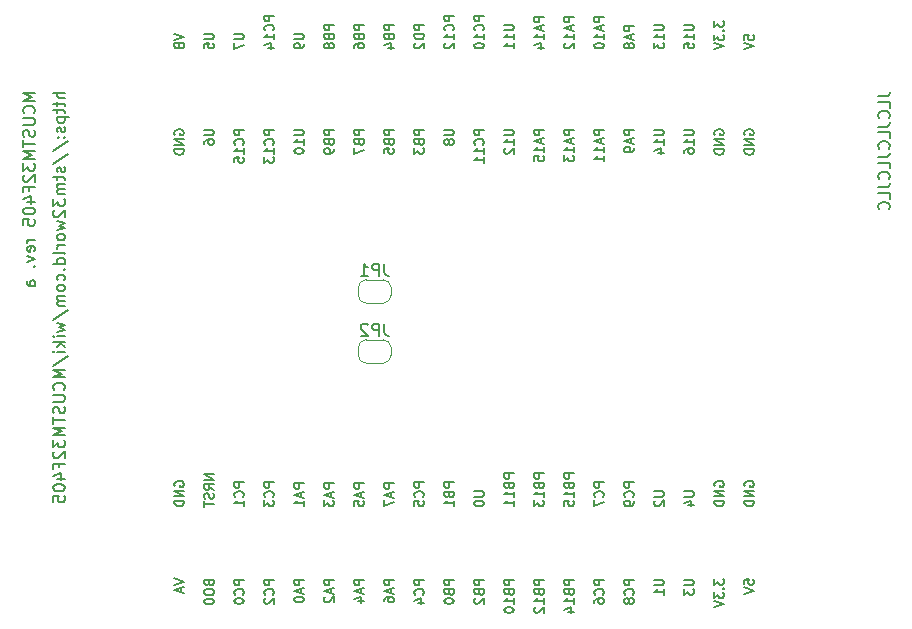
<source format=gbr>
G04 #@! TF.GenerationSoftware,KiCad,Pcbnew,6.0.7+dfsg-1+b1*
G04 #@! TF.CreationDate,2022-09-14T17:46:27+08:00*
G04 #@! TF.ProjectId,mcustm32f405,6d637573-746d-4333-9266-3430352e6b69,a*
G04 #@! TF.SameCoordinates,PX57cf3f8PY8841978*
G04 #@! TF.FileFunction,Legend,Bot*
G04 #@! TF.FilePolarity,Positive*
%FSLAX46Y46*%
G04 Gerber Fmt 4.6, Leading zero omitted, Abs format (unit mm)*
G04 Created by KiCad (PCBNEW 6.0.7+dfsg-1+b1) date 2022-09-14 17:46:27*
%MOMM*%
%LPD*%
G01*
G04 APERTURE LIST*
%ADD10C,0.150000*%
%ADD11C,0.120000*%
G04 APERTURE END LIST*
D10*
G04 #@! TO.C,J2*
X72116904Y66416548D02*
X71316904Y66416548D01*
X71316904Y66111786D01*
X71355000Y66035596D01*
X71393095Y65997500D01*
X71469285Y65959405D01*
X71583571Y65959405D01*
X71659761Y65997500D01*
X71697857Y66035596D01*
X71735952Y66111786D01*
X71735952Y66416548D01*
X71888333Y65654643D02*
X71888333Y65273691D01*
X72116904Y65730834D02*
X71316904Y65464167D01*
X72116904Y65197500D01*
X72116904Y64511786D02*
X72116904Y64968929D01*
X72116904Y64740358D02*
X71316904Y64740358D01*
X71431190Y64816548D01*
X71507380Y64892739D01*
X71545476Y64968929D01*
X71316904Y64016548D02*
X71316904Y63940358D01*
X71355000Y63864167D01*
X71393095Y63826072D01*
X71469285Y63787977D01*
X71621666Y63749881D01*
X71812142Y63749881D01*
X71964523Y63787977D01*
X72040714Y63826072D01*
X72078809Y63864167D01*
X72116904Y63940358D01*
X72116904Y64016548D01*
X72078809Y64092739D01*
X72040714Y64130834D01*
X71964523Y64168929D01*
X71812142Y64207024D01*
X71621666Y64207024D01*
X71469285Y64168929D01*
X71393095Y64130834D01*
X71355000Y64092739D01*
X71316904Y64016548D01*
X67036904Y66416548D02*
X66236904Y66416548D01*
X66236904Y66111786D01*
X66275000Y66035596D01*
X66313095Y65997500D01*
X66389285Y65959405D01*
X66503571Y65959405D01*
X66579761Y65997500D01*
X66617857Y66035596D01*
X66655952Y66111786D01*
X66655952Y66416548D01*
X66808333Y65654643D02*
X66808333Y65273691D01*
X67036904Y65730834D02*
X66236904Y65464167D01*
X67036904Y65197500D01*
X67036904Y64511786D02*
X67036904Y64968929D01*
X67036904Y64740358D02*
X66236904Y64740358D01*
X66351190Y64816548D01*
X66427380Y64892739D01*
X66465476Y64968929D01*
X66503571Y63826072D02*
X67036904Y63826072D01*
X66198809Y64016548D02*
X66770238Y64207024D01*
X66770238Y63711786D01*
X54336904Y56862024D02*
X53536904Y56862024D01*
X53536904Y56557262D01*
X53575000Y56481072D01*
X53613095Y56442977D01*
X53689285Y56404881D01*
X53803571Y56404881D01*
X53879761Y56442977D01*
X53917857Y56481072D01*
X53955952Y56557262D01*
X53955952Y56862024D01*
X53917857Y55795358D02*
X53955952Y55681072D01*
X53994047Y55642977D01*
X54070238Y55604881D01*
X54184523Y55604881D01*
X54260714Y55642977D01*
X54298809Y55681072D01*
X54336904Y55757262D01*
X54336904Y56062024D01*
X53536904Y56062024D01*
X53536904Y55795358D01*
X53575000Y55719167D01*
X53613095Y55681072D01*
X53689285Y55642977D01*
X53765476Y55642977D01*
X53841666Y55681072D01*
X53879761Y55719167D01*
X53917857Y55795358D01*
X53917857Y56062024D01*
X53536904Y54881072D02*
X53536904Y55262024D01*
X53917857Y55300120D01*
X53879761Y55262024D01*
X53841666Y55185834D01*
X53841666Y54995358D01*
X53879761Y54919167D01*
X53917857Y54881072D01*
X53994047Y54842977D01*
X54184523Y54842977D01*
X54260714Y54881072D01*
X54298809Y54919167D01*
X54336904Y54995358D01*
X54336904Y55185834D01*
X54298809Y55262024D01*
X54260714Y55300120D01*
X51796904Y26919643D02*
X50996904Y26919643D01*
X50996904Y26614881D01*
X51035000Y26538691D01*
X51073095Y26500596D01*
X51149285Y26462500D01*
X51263571Y26462500D01*
X51339761Y26500596D01*
X51377857Y26538691D01*
X51415952Y26614881D01*
X51415952Y26919643D01*
X51568333Y26157739D02*
X51568333Y25776786D01*
X51796904Y26233929D02*
X50996904Y25967262D01*
X51796904Y25700596D01*
X50996904Y25052977D02*
X50996904Y25433929D01*
X51377857Y25472024D01*
X51339761Y25433929D01*
X51301666Y25357739D01*
X51301666Y25167262D01*
X51339761Y25091072D01*
X51377857Y25052977D01*
X51454047Y25014881D01*
X51644523Y25014881D01*
X51720714Y25052977D01*
X51758809Y25091072D01*
X51796904Y25167262D01*
X51796904Y25357739D01*
X51758809Y25433929D01*
X51720714Y25472024D01*
X45916904Y56862024D02*
X46564523Y56862024D01*
X46640714Y56823929D01*
X46678809Y56785834D01*
X46716904Y56709643D01*
X46716904Y56557262D01*
X46678809Y56481072D01*
X46640714Y56442977D01*
X46564523Y56404881D01*
X45916904Y56404881D01*
X46716904Y55604881D02*
X46716904Y56062024D01*
X46716904Y55833453D02*
X45916904Y55833453D01*
X46031190Y55909643D01*
X46107380Y55985834D01*
X46145476Y56062024D01*
X45916904Y55109643D02*
X45916904Y55033453D01*
X45955000Y54957262D01*
X45993095Y54919167D01*
X46069285Y54881072D01*
X46221666Y54842977D01*
X46412142Y54842977D01*
X46564523Y54881072D01*
X46640714Y54919167D01*
X46678809Y54957262D01*
X46716904Y55033453D01*
X46716904Y55109643D01*
X46678809Y55185834D01*
X46640714Y55223929D01*
X46564523Y55262024D01*
X46412142Y55300120D01*
X46221666Y55300120D01*
X46069285Y55262024D01*
X45993095Y55223929D01*
X45955000Y55185834D01*
X45916904Y55109643D01*
X54336904Y26919643D02*
X53536904Y26919643D01*
X53536904Y26614881D01*
X53575000Y26538691D01*
X53613095Y26500596D01*
X53689285Y26462500D01*
X53803571Y26462500D01*
X53879761Y26500596D01*
X53917857Y26538691D01*
X53955952Y26614881D01*
X53955952Y26919643D01*
X54108333Y26157739D02*
X54108333Y25776786D01*
X54336904Y26233929D02*
X53536904Y25967262D01*
X54336904Y25700596D01*
X53536904Y25510120D02*
X53536904Y24976786D01*
X54336904Y25319643D01*
X35756904Y65007024D02*
X36556904Y64740358D01*
X35756904Y64473691D01*
X36137857Y63940358D02*
X36175952Y63826072D01*
X36214047Y63787977D01*
X36290238Y63749881D01*
X36404523Y63749881D01*
X36480714Y63787977D01*
X36518809Y63826072D01*
X36556904Y63902262D01*
X36556904Y64207024D01*
X35756904Y64207024D01*
X35756904Y63940358D01*
X35795000Y63864167D01*
X35833095Y63826072D01*
X35909285Y63787977D01*
X35985476Y63787977D01*
X36061666Y63826072D01*
X36099761Y63864167D01*
X36137857Y63940358D01*
X36137857Y64207024D01*
X40836904Y65007024D02*
X41484523Y65007024D01*
X41560714Y64968929D01*
X41598809Y64930834D01*
X41636904Y64854643D01*
X41636904Y64702262D01*
X41598809Y64626072D01*
X41560714Y64587977D01*
X41484523Y64549881D01*
X40836904Y64549881D01*
X40836904Y64245120D02*
X40836904Y63711786D01*
X41636904Y64054643D01*
X69576904Y56862024D02*
X68776904Y56862024D01*
X68776904Y56557262D01*
X68815000Y56481072D01*
X68853095Y56442977D01*
X68929285Y56404881D01*
X69043571Y56404881D01*
X69119761Y56442977D01*
X69157857Y56481072D01*
X69195952Y56557262D01*
X69195952Y56862024D01*
X69348333Y56100120D02*
X69348333Y55719167D01*
X69576904Y56176310D02*
X68776904Y55909643D01*
X69576904Y55642977D01*
X69576904Y54957262D02*
X69576904Y55414405D01*
X69576904Y55185834D02*
X68776904Y55185834D01*
X68891190Y55262024D01*
X68967380Y55338215D01*
X69005476Y55414405D01*
X68776904Y54690596D02*
X68776904Y54195358D01*
X69081666Y54462024D01*
X69081666Y54347739D01*
X69119761Y54271548D01*
X69157857Y54233453D01*
X69234047Y54195358D01*
X69424523Y54195358D01*
X69500714Y54233453D01*
X69538809Y54271548D01*
X69576904Y54347739D01*
X69576904Y54576310D01*
X69538809Y54652500D01*
X69500714Y54690596D01*
X59416904Y27033929D02*
X58616904Y27033929D01*
X58616904Y26729167D01*
X58655000Y26652977D01*
X58693095Y26614881D01*
X58769285Y26576786D01*
X58883571Y26576786D01*
X58959761Y26614881D01*
X58997857Y26652977D01*
X59035952Y26729167D01*
X59035952Y27033929D01*
X58997857Y25967262D02*
X59035952Y25852977D01*
X59074047Y25814881D01*
X59150238Y25776786D01*
X59264523Y25776786D01*
X59340714Y25814881D01*
X59378809Y25852977D01*
X59416904Y25929167D01*
X59416904Y26233929D01*
X58616904Y26233929D01*
X58616904Y25967262D01*
X58655000Y25891072D01*
X58693095Y25852977D01*
X58769285Y25814881D01*
X58845476Y25814881D01*
X58921666Y25852977D01*
X58959761Y25891072D01*
X58997857Y25967262D01*
X58997857Y26233929D01*
X59416904Y25014881D02*
X59416904Y25472024D01*
X59416904Y25243453D02*
X58616904Y25243453D01*
X58731190Y25319643D01*
X58807380Y25395834D01*
X58845476Y25472024D01*
X49256904Y56862024D02*
X48456904Y56862024D01*
X48456904Y56557262D01*
X48495000Y56481072D01*
X48533095Y56442977D01*
X48609285Y56404881D01*
X48723571Y56404881D01*
X48799761Y56442977D01*
X48837857Y56481072D01*
X48875952Y56557262D01*
X48875952Y56862024D01*
X48837857Y55795358D02*
X48875952Y55681072D01*
X48914047Y55642977D01*
X48990238Y55604881D01*
X49104523Y55604881D01*
X49180714Y55642977D01*
X49218809Y55681072D01*
X49256904Y55757262D01*
X49256904Y56062024D01*
X48456904Y56062024D01*
X48456904Y55795358D01*
X48495000Y55719167D01*
X48533095Y55681072D01*
X48609285Y55642977D01*
X48685476Y55642977D01*
X48761666Y55681072D01*
X48799761Y55719167D01*
X48837857Y55795358D01*
X48837857Y56062024D01*
X49256904Y55223929D02*
X49256904Y55071548D01*
X49218809Y54995358D01*
X49180714Y54957262D01*
X49066428Y54881072D01*
X48914047Y54842977D01*
X48609285Y54842977D01*
X48533095Y54881072D01*
X48495000Y54919167D01*
X48456904Y54995358D01*
X48456904Y55147739D01*
X48495000Y55223929D01*
X48533095Y55262024D01*
X48609285Y55300120D01*
X48799761Y55300120D01*
X48875952Y55262024D01*
X48914047Y55223929D01*
X48952142Y55147739D01*
X48952142Y54995358D01*
X48914047Y54919167D01*
X48875952Y54881072D01*
X48799761Y54842977D01*
X38296904Y65007024D02*
X38944523Y65007024D01*
X39020714Y64968929D01*
X39058809Y64930834D01*
X39096904Y64854643D01*
X39096904Y64702262D01*
X39058809Y64626072D01*
X39020714Y64587977D01*
X38944523Y64549881D01*
X38296904Y64549881D01*
X38296904Y63787977D02*
X38296904Y64168929D01*
X38677857Y64207024D01*
X38639761Y64168929D01*
X38601666Y64092739D01*
X38601666Y63902262D01*
X38639761Y63826072D01*
X38677857Y63787977D01*
X38754047Y63749881D01*
X38944523Y63749881D01*
X39020714Y63787977D01*
X39058809Y63826072D01*
X39096904Y63902262D01*
X39096904Y64092739D01*
X39058809Y64168929D01*
X39020714Y64207024D01*
X35795000Y56442977D02*
X35756904Y56519167D01*
X35756904Y56633453D01*
X35795000Y56747739D01*
X35871190Y56823929D01*
X35947380Y56862024D01*
X36099761Y56900120D01*
X36214047Y56900120D01*
X36366428Y56862024D01*
X36442619Y56823929D01*
X36518809Y56747739D01*
X36556904Y56633453D01*
X36556904Y56557262D01*
X36518809Y56442977D01*
X36480714Y56404881D01*
X36214047Y56404881D01*
X36214047Y56557262D01*
X36556904Y56062024D02*
X35756904Y56062024D01*
X36556904Y55604881D01*
X35756904Y55604881D01*
X36556904Y55223929D02*
X35756904Y55223929D01*
X35756904Y55033453D01*
X35795000Y54919167D01*
X35871190Y54842977D01*
X35947380Y54804881D01*
X36099761Y54766786D01*
X36214047Y54766786D01*
X36366428Y54804881D01*
X36442619Y54842977D01*
X36518809Y54919167D01*
X36556904Y55033453D01*
X36556904Y55223929D01*
X67036904Y27795834D02*
X66236904Y27795834D01*
X66236904Y27491072D01*
X66275000Y27414881D01*
X66313095Y27376786D01*
X66389285Y27338691D01*
X66503571Y27338691D01*
X66579761Y27376786D01*
X66617857Y27414881D01*
X66655952Y27491072D01*
X66655952Y27795834D01*
X66617857Y26729167D02*
X66655952Y26614881D01*
X66694047Y26576786D01*
X66770238Y26538691D01*
X66884523Y26538691D01*
X66960714Y26576786D01*
X66998809Y26614881D01*
X67036904Y26691072D01*
X67036904Y26995834D01*
X66236904Y26995834D01*
X66236904Y26729167D01*
X66275000Y26652977D01*
X66313095Y26614881D01*
X66389285Y26576786D01*
X66465476Y26576786D01*
X66541666Y26614881D01*
X66579761Y26652977D01*
X66617857Y26729167D01*
X66617857Y26995834D01*
X67036904Y25776786D02*
X67036904Y26233929D01*
X67036904Y26005358D02*
X66236904Y26005358D01*
X66351190Y26081548D01*
X66427380Y26157739D01*
X66465476Y26233929D01*
X66236904Y25510120D02*
X66236904Y25014881D01*
X66541666Y25281548D01*
X66541666Y25167262D01*
X66579761Y25091072D01*
X66617857Y25052977D01*
X66694047Y25014881D01*
X66884523Y25014881D01*
X66960714Y25052977D01*
X66998809Y25091072D01*
X67036904Y25167262D01*
X67036904Y25395834D01*
X66998809Y25472024D01*
X66960714Y25510120D01*
X35756904Y18876310D02*
X36556904Y18609643D01*
X35756904Y18342977D01*
X36328333Y18114405D02*
X36328333Y17733453D01*
X36556904Y18190596D02*
X35756904Y17923929D01*
X36556904Y17657262D01*
X44176904Y18762024D02*
X43376904Y18762024D01*
X43376904Y18457262D01*
X43415000Y18381072D01*
X43453095Y18342977D01*
X43529285Y18304881D01*
X43643571Y18304881D01*
X43719761Y18342977D01*
X43757857Y18381072D01*
X43795952Y18457262D01*
X43795952Y18762024D01*
X44100714Y17504881D02*
X44138809Y17542977D01*
X44176904Y17657262D01*
X44176904Y17733453D01*
X44138809Y17847739D01*
X44062619Y17923929D01*
X43986428Y17962024D01*
X43834047Y18000120D01*
X43719761Y18000120D01*
X43567380Y17962024D01*
X43491190Y17923929D01*
X43415000Y17847739D01*
X43376904Y17733453D01*
X43376904Y17657262D01*
X43415000Y17542977D01*
X43453095Y17504881D01*
X43453095Y17200120D02*
X43415000Y17162024D01*
X43376904Y17085834D01*
X43376904Y16895358D01*
X43415000Y16819167D01*
X43453095Y16781072D01*
X43529285Y16742977D01*
X43605476Y16742977D01*
X43719761Y16781072D01*
X44176904Y17238215D01*
X44176904Y16742977D01*
X61956904Y56862024D02*
X61156904Y56862024D01*
X61156904Y56557262D01*
X61195000Y56481072D01*
X61233095Y56442977D01*
X61309285Y56404881D01*
X61423571Y56404881D01*
X61499761Y56442977D01*
X61537857Y56481072D01*
X61575952Y56557262D01*
X61575952Y56862024D01*
X61880714Y55604881D02*
X61918809Y55642977D01*
X61956904Y55757262D01*
X61956904Y55833453D01*
X61918809Y55947739D01*
X61842619Y56023929D01*
X61766428Y56062024D01*
X61614047Y56100120D01*
X61499761Y56100120D01*
X61347380Y56062024D01*
X61271190Y56023929D01*
X61195000Y55947739D01*
X61156904Y55833453D01*
X61156904Y55757262D01*
X61195000Y55642977D01*
X61233095Y55604881D01*
X61956904Y54842977D02*
X61956904Y55300120D01*
X61956904Y55071548D02*
X61156904Y55071548D01*
X61271190Y55147739D01*
X61347380Y55223929D01*
X61385476Y55300120D01*
X61956904Y54081072D02*
X61956904Y54538215D01*
X61956904Y54309643D02*
X61156904Y54309643D01*
X61271190Y54385834D01*
X61347380Y54462024D01*
X61385476Y54538215D01*
X69576904Y66416548D02*
X68776904Y66416548D01*
X68776904Y66111786D01*
X68815000Y66035596D01*
X68853095Y65997500D01*
X68929285Y65959405D01*
X69043571Y65959405D01*
X69119761Y65997500D01*
X69157857Y66035596D01*
X69195952Y66111786D01*
X69195952Y66416548D01*
X69348333Y65654643D02*
X69348333Y65273691D01*
X69576904Y65730834D02*
X68776904Y65464167D01*
X69576904Y65197500D01*
X69576904Y64511786D02*
X69576904Y64968929D01*
X69576904Y64740358D02*
X68776904Y64740358D01*
X68891190Y64816548D01*
X68967380Y64892739D01*
X69005476Y64968929D01*
X68853095Y64207024D02*
X68815000Y64168929D01*
X68776904Y64092739D01*
X68776904Y63902262D01*
X68815000Y63826072D01*
X68853095Y63787977D01*
X68929285Y63749881D01*
X69005476Y63749881D01*
X69119761Y63787977D01*
X69576904Y64245120D01*
X69576904Y63749881D01*
X67036904Y18762024D02*
X66236904Y18762024D01*
X66236904Y18457262D01*
X66275000Y18381072D01*
X66313095Y18342977D01*
X66389285Y18304881D01*
X66503571Y18304881D01*
X66579761Y18342977D01*
X66617857Y18381072D01*
X66655952Y18457262D01*
X66655952Y18762024D01*
X66617857Y17695358D02*
X66655952Y17581072D01*
X66694047Y17542977D01*
X66770238Y17504881D01*
X66884523Y17504881D01*
X66960714Y17542977D01*
X66998809Y17581072D01*
X67036904Y17657262D01*
X67036904Y17962024D01*
X66236904Y17962024D01*
X66236904Y17695358D01*
X66275000Y17619167D01*
X66313095Y17581072D01*
X66389285Y17542977D01*
X66465476Y17542977D01*
X66541666Y17581072D01*
X66579761Y17619167D01*
X66617857Y17695358D01*
X66617857Y17962024D01*
X67036904Y16742977D02*
X67036904Y17200120D01*
X67036904Y16971548D02*
X66236904Y16971548D01*
X66351190Y17047739D01*
X66427380Y17123929D01*
X66465476Y17200120D01*
X66313095Y16438215D02*
X66275000Y16400120D01*
X66236904Y16323929D01*
X66236904Y16133453D01*
X66275000Y16057262D01*
X66313095Y16019167D01*
X66389285Y15981072D01*
X66465476Y15981072D01*
X66579761Y16019167D01*
X67036904Y16476310D01*
X67036904Y15981072D01*
X72116904Y56862024D02*
X71316904Y56862024D01*
X71316904Y56557262D01*
X71355000Y56481072D01*
X71393095Y56442977D01*
X71469285Y56404881D01*
X71583571Y56404881D01*
X71659761Y56442977D01*
X71697857Y56481072D01*
X71735952Y56557262D01*
X71735952Y56862024D01*
X71888333Y56100120D02*
X71888333Y55719167D01*
X72116904Y56176310D02*
X71316904Y55909643D01*
X72116904Y55642977D01*
X72116904Y54957262D02*
X72116904Y55414405D01*
X72116904Y55185834D02*
X71316904Y55185834D01*
X71431190Y55262024D01*
X71507380Y55338215D01*
X71545476Y55414405D01*
X72116904Y54195358D02*
X72116904Y54652500D01*
X72116904Y54423929D02*
X71316904Y54423929D01*
X71431190Y54500120D01*
X71507380Y54576310D01*
X71545476Y54652500D01*
X41636904Y27033929D02*
X40836904Y27033929D01*
X40836904Y26729167D01*
X40875000Y26652977D01*
X40913095Y26614881D01*
X40989285Y26576786D01*
X41103571Y26576786D01*
X41179761Y26614881D01*
X41217857Y26652977D01*
X41255952Y26729167D01*
X41255952Y27033929D01*
X41560714Y25776786D02*
X41598809Y25814881D01*
X41636904Y25929167D01*
X41636904Y26005358D01*
X41598809Y26119643D01*
X41522619Y26195834D01*
X41446428Y26233929D01*
X41294047Y26272024D01*
X41179761Y26272024D01*
X41027380Y26233929D01*
X40951190Y26195834D01*
X40875000Y26119643D01*
X40836904Y26005358D01*
X40836904Y25929167D01*
X40875000Y25814881D01*
X40913095Y25776786D01*
X41636904Y25014881D02*
X41636904Y25472024D01*
X41636904Y25243453D02*
X40836904Y25243453D01*
X40951190Y25319643D01*
X41027380Y25395834D01*
X41065476Y25472024D01*
X76396904Y65768929D02*
X77044523Y65768929D01*
X77120714Y65730834D01*
X77158809Y65692739D01*
X77196904Y65616548D01*
X77196904Y65464167D01*
X77158809Y65387977D01*
X77120714Y65349881D01*
X77044523Y65311786D01*
X76396904Y65311786D01*
X77196904Y64511786D02*
X77196904Y64968929D01*
X77196904Y64740358D02*
X76396904Y64740358D01*
X76511190Y64816548D01*
X76587380Y64892739D01*
X76625476Y64968929D01*
X76396904Y64245120D02*
X76396904Y63749881D01*
X76701666Y64016548D01*
X76701666Y63902262D01*
X76739761Y63826072D01*
X76777857Y63787977D01*
X76854047Y63749881D01*
X77044523Y63749881D01*
X77120714Y63787977D01*
X77158809Y63826072D01*
X77196904Y63902262D01*
X77196904Y64130834D01*
X77158809Y64207024D01*
X77120714Y64245120D01*
X81515000Y26691072D02*
X81476904Y26767262D01*
X81476904Y26881548D01*
X81515000Y26995834D01*
X81591190Y27072024D01*
X81667380Y27110120D01*
X81819761Y27148215D01*
X81934047Y27148215D01*
X82086428Y27110120D01*
X82162619Y27072024D01*
X82238809Y26995834D01*
X82276904Y26881548D01*
X82276904Y26805358D01*
X82238809Y26691072D01*
X82200714Y26652977D01*
X81934047Y26652977D01*
X81934047Y26805358D01*
X82276904Y26310120D02*
X81476904Y26310120D01*
X82276904Y25852977D01*
X81476904Y25852977D01*
X82276904Y25472024D02*
X81476904Y25472024D01*
X81476904Y25281548D01*
X81515000Y25167262D01*
X81591190Y25091072D01*
X81667380Y25052977D01*
X81819761Y25014881D01*
X81934047Y25014881D01*
X82086428Y25052977D01*
X82162619Y25091072D01*
X82238809Y25167262D01*
X82276904Y25281548D01*
X82276904Y25472024D01*
X78936904Y56862024D02*
X79584523Y56862024D01*
X79660714Y56823929D01*
X79698809Y56785834D01*
X79736904Y56709643D01*
X79736904Y56557262D01*
X79698809Y56481072D01*
X79660714Y56442977D01*
X79584523Y56404881D01*
X78936904Y56404881D01*
X79736904Y55604881D02*
X79736904Y56062024D01*
X79736904Y55833453D02*
X78936904Y55833453D01*
X79051190Y55909643D01*
X79127380Y55985834D01*
X79165476Y56062024D01*
X78936904Y54919167D02*
X78936904Y55071548D01*
X78975000Y55147739D01*
X79013095Y55185834D01*
X79127380Y55262024D01*
X79279761Y55300120D01*
X79584523Y55300120D01*
X79660714Y55262024D01*
X79698809Y55223929D01*
X79736904Y55147739D01*
X79736904Y54995358D01*
X79698809Y54919167D01*
X79660714Y54881072D01*
X79584523Y54842977D01*
X79394047Y54842977D01*
X79317857Y54881072D01*
X79279761Y54919167D01*
X79241666Y54995358D01*
X79241666Y55147739D01*
X79279761Y55223929D01*
X79317857Y55262024D01*
X79394047Y55300120D01*
X63696904Y65768929D02*
X64344523Y65768929D01*
X64420714Y65730834D01*
X64458809Y65692739D01*
X64496904Y65616548D01*
X64496904Y65464167D01*
X64458809Y65387977D01*
X64420714Y65349881D01*
X64344523Y65311786D01*
X63696904Y65311786D01*
X64496904Y64511786D02*
X64496904Y64968929D01*
X64496904Y64740358D02*
X63696904Y64740358D01*
X63811190Y64816548D01*
X63887380Y64892739D01*
X63925476Y64968929D01*
X64496904Y63749881D02*
X64496904Y64207024D01*
X64496904Y63978453D02*
X63696904Y63978453D01*
X63811190Y64054643D01*
X63887380Y64130834D01*
X63925476Y64207024D01*
X41636904Y18762024D02*
X40836904Y18762024D01*
X40836904Y18457262D01*
X40875000Y18381072D01*
X40913095Y18342977D01*
X40989285Y18304881D01*
X41103571Y18304881D01*
X41179761Y18342977D01*
X41217857Y18381072D01*
X41255952Y18457262D01*
X41255952Y18762024D01*
X41560714Y17504881D02*
X41598809Y17542977D01*
X41636904Y17657262D01*
X41636904Y17733453D01*
X41598809Y17847739D01*
X41522619Y17923929D01*
X41446428Y17962024D01*
X41294047Y18000120D01*
X41179761Y18000120D01*
X41027380Y17962024D01*
X40951190Y17923929D01*
X40875000Y17847739D01*
X40836904Y17733453D01*
X40836904Y17657262D01*
X40875000Y17542977D01*
X40913095Y17504881D01*
X40836904Y17009643D02*
X40836904Y16933453D01*
X40875000Y16857262D01*
X40913095Y16819167D01*
X40989285Y16781072D01*
X41141666Y16742977D01*
X41332142Y16742977D01*
X41484523Y16781072D01*
X41560714Y16819167D01*
X41598809Y16857262D01*
X41636904Y16933453D01*
X41636904Y17009643D01*
X41598809Y17085834D01*
X41560714Y17123929D01*
X41484523Y17162024D01*
X41332142Y17200120D01*
X41141666Y17200120D01*
X40989285Y17162024D01*
X40913095Y17123929D01*
X40875000Y17085834D01*
X40836904Y17009643D01*
X58616904Y56862024D02*
X59264523Y56862024D01*
X59340714Y56823929D01*
X59378809Y56785834D01*
X59416904Y56709643D01*
X59416904Y56557262D01*
X59378809Y56481072D01*
X59340714Y56442977D01*
X59264523Y56404881D01*
X58616904Y56404881D01*
X58959761Y55909643D02*
X58921666Y55985834D01*
X58883571Y56023929D01*
X58807380Y56062024D01*
X58769285Y56062024D01*
X58693095Y56023929D01*
X58655000Y55985834D01*
X58616904Y55909643D01*
X58616904Y55757262D01*
X58655000Y55681072D01*
X58693095Y55642977D01*
X58769285Y55604881D01*
X58807380Y55604881D01*
X58883571Y55642977D01*
X58921666Y55681072D01*
X58959761Y55757262D01*
X58959761Y55909643D01*
X58997857Y55985834D01*
X59035952Y56023929D01*
X59112142Y56062024D01*
X59264523Y56062024D01*
X59340714Y56023929D01*
X59378809Y55985834D01*
X59416904Y55909643D01*
X59416904Y55757262D01*
X59378809Y55681072D01*
X59340714Y55642977D01*
X59264523Y55604881D01*
X59112142Y55604881D01*
X59035952Y55642977D01*
X58997857Y55681072D01*
X58959761Y55757262D01*
X84055000Y56442977D02*
X84016904Y56519167D01*
X84016904Y56633453D01*
X84055000Y56747739D01*
X84131190Y56823929D01*
X84207380Y56862024D01*
X84359761Y56900120D01*
X84474047Y56900120D01*
X84626428Y56862024D01*
X84702619Y56823929D01*
X84778809Y56747739D01*
X84816904Y56633453D01*
X84816904Y56557262D01*
X84778809Y56442977D01*
X84740714Y56404881D01*
X84474047Y56404881D01*
X84474047Y56557262D01*
X84816904Y56062024D02*
X84016904Y56062024D01*
X84816904Y55604881D01*
X84016904Y55604881D01*
X84816904Y55223929D02*
X84016904Y55223929D01*
X84016904Y55033453D01*
X84055000Y54919167D01*
X84131190Y54842977D01*
X84207380Y54804881D01*
X84359761Y54766786D01*
X84474047Y54766786D01*
X84626428Y54804881D01*
X84702619Y54842977D01*
X84778809Y54919167D01*
X84816904Y55033453D01*
X84816904Y55223929D01*
X46716904Y26919643D02*
X45916904Y26919643D01*
X45916904Y26614881D01*
X45955000Y26538691D01*
X45993095Y26500596D01*
X46069285Y26462500D01*
X46183571Y26462500D01*
X46259761Y26500596D01*
X46297857Y26538691D01*
X46335952Y26614881D01*
X46335952Y26919643D01*
X46488333Y26157739D02*
X46488333Y25776786D01*
X46716904Y26233929D02*
X45916904Y25967262D01*
X46716904Y25700596D01*
X46716904Y25014881D02*
X46716904Y25472024D01*
X46716904Y25243453D02*
X45916904Y25243453D01*
X46031190Y25319643D01*
X46107380Y25395834D01*
X46145476Y25472024D01*
X76396904Y56862024D02*
X77044523Y56862024D01*
X77120714Y56823929D01*
X77158809Y56785834D01*
X77196904Y56709643D01*
X77196904Y56557262D01*
X77158809Y56481072D01*
X77120714Y56442977D01*
X77044523Y56404881D01*
X76396904Y56404881D01*
X77196904Y55604881D02*
X77196904Y56062024D01*
X77196904Y55833453D02*
X76396904Y55833453D01*
X76511190Y55909643D01*
X76587380Y55985834D01*
X76625476Y56062024D01*
X76663571Y54919167D02*
X77196904Y54919167D01*
X76358809Y55109643D02*
X76930238Y55300120D01*
X76930238Y54804881D01*
X67036904Y56862024D02*
X66236904Y56862024D01*
X66236904Y56557262D01*
X66275000Y56481072D01*
X66313095Y56442977D01*
X66389285Y56404881D01*
X66503571Y56404881D01*
X66579761Y56442977D01*
X66617857Y56481072D01*
X66655952Y56557262D01*
X66655952Y56862024D01*
X66808333Y56100120D02*
X66808333Y55719167D01*
X67036904Y56176310D02*
X66236904Y55909643D01*
X67036904Y55642977D01*
X67036904Y54957262D02*
X67036904Y55414405D01*
X67036904Y55185834D02*
X66236904Y55185834D01*
X66351190Y55262024D01*
X66427380Y55338215D01*
X66465476Y55414405D01*
X66236904Y54233453D02*
X66236904Y54614405D01*
X66617857Y54652500D01*
X66579761Y54614405D01*
X66541666Y54538215D01*
X66541666Y54347739D01*
X66579761Y54271548D01*
X66617857Y54233453D01*
X66694047Y54195358D01*
X66884523Y54195358D01*
X66960714Y54233453D01*
X66998809Y54271548D01*
X67036904Y54347739D01*
X67036904Y54538215D01*
X66998809Y54614405D01*
X66960714Y54652500D01*
X45916904Y65007024D02*
X46564523Y65007024D01*
X46640714Y64968929D01*
X46678809Y64930834D01*
X46716904Y64854643D01*
X46716904Y64702262D01*
X46678809Y64626072D01*
X46640714Y64587977D01*
X46564523Y64549881D01*
X45916904Y64549881D01*
X46716904Y64130834D02*
X46716904Y63978453D01*
X46678809Y63902262D01*
X46640714Y63864167D01*
X46526428Y63787977D01*
X46374047Y63749881D01*
X46069285Y63749881D01*
X45993095Y63787977D01*
X45955000Y63826072D01*
X45916904Y63902262D01*
X45916904Y64054643D01*
X45955000Y64130834D01*
X45993095Y64168929D01*
X46069285Y64207024D01*
X46259761Y64207024D01*
X46335952Y64168929D01*
X46374047Y64130834D01*
X46412142Y64054643D01*
X46412142Y63902262D01*
X46374047Y63826072D01*
X46335952Y63787977D01*
X46259761Y63749881D01*
X78936904Y65768929D02*
X79584523Y65768929D01*
X79660714Y65730834D01*
X79698809Y65692739D01*
X79736904Y65616548D01*
X79736904Y65464167D01*
X79698809Y65387977D01*
X79660714Y65349881D01*
X79584523Y65311786D01*
X78936904Y65311786D01*
X79736904Y64511786D02*
X79736904Y64968929D01*
X79736904Y64740358D02*
X78936904Y64740358D01*
X79051190Y64816548D01*
X79127380Y64892739D01*
X79165476Y64968929D01*
X78936904Y63787977D02*
X78936904Y64168929D01*
X79317857Y64207024D01*
X79279761Y64168929D01*
X79241666Y64092739D01*
X79241666Y63902262D01*
X79279761Y63826072D01*
X79317857Y63787977D01*
X79394047Y63749881D01*
X79584523Y63749881D01*
X79660714Y63787977D01*
X79698809Y63826072D01*
X79736904Y63902262D01*
X79736904Y64092739D01*
X79698809Y64168929D01*
X79660714Y64207024D01*
X35795000Y26691072D02*
X35756904Y26767262D01*
X35756904Y26881548D01*
X35795000Y26995834D01*
X35871190Y27072024D01*
X35947380Y27110120D01*
X36099761Y27148215D01*
X36214047Y27148215D01*
X36366428Y27110120D01*
X36442619Y27072024D01*
X36518809Y26995834D01*
X36556904Y26881548D01*
X36556904Y26805358D01*
X36518809Y26691072D01*
X36480714Y26652977D01*
X36214047Y26652977D01*
X36214047Y26805358D01*
X36556904Y26310120D02*
X35756904Y26310120D01*
X36556904Y25852977D01*
X35756904Y25852977D01*
X36556904Y25472024D02*
X35756904Y25472024D01*
X35756904Y25281548D01*
X35795000Y25167262D01*
X35871190Y25091072D01*
X35947380Y25052977D01*
X36099761Y25014881D01*
X36214047Y25014881D01*
X36366428Y25052977D01*
X36442619Y25091072D01*
X36518809Y25167262D01*
X36556904Y25281548D01*
X36556904Y25472024D01*
X39096904Y27681548D02*
X38296904Y27681548D01*
X39096904Y27224405D01*
X38296904Y27224405D01*
X39096904Y26386310D02*
X38715952Y26652977D01*
X39096904Y26843453D02*
X38296904Y26843453D01*
X38296904Y26538691D01*
X38335000Y26462500D01*
X38373095Y26424405D01*
X38449285Y26386310D01*
X38563571Y26386310D01*
X38639761Y26424405D01*
X38677857Y26462500D01*
X38715952Y26538691D01*
X38715952Y26843453D01*
X39058809Y26081548D02*
X39096904Y25967262D01*
X39096904Y25776786D01*
X39058809Y25700596D01*
X39020714Y25662500D01*
X38944523Y25624405D01*
X38868333Y25624405D01*
X38792142Y25662500D01*
X38754047Y25700596D01*
X38715952Y25776786D01*
X38677857Y25929167D01*
X38639761Y26005358D01*
X38601666Y26043453D01*
X38525476Y26081548D01*
X38449285Y26081548D01*
X38373095Y26043453D01*
X38335000Y26005358D01*
X38296904Y25929167D01*
X38296904Y25738691D01*
X38335000Y25624405D01*
X38296904Y25395834D02*
X38296904Y24938691D01*
X39096904Y25167262D02*
X38296904Y25167262D01*
X51796904Y65768929D02*
X50996904Y65768929D01*
X50996904Y65464167D01*
X51035000Y65387977D01*
X51073095Y65349881D01*
X51149285Y65311786D01*
X51263571Y65311786D01*
X51339761Y65349881D01*
X51377857Y65387977D01*
X51415952Y65464167D01*
X51415952Y65768929D01*
X51377857Y64702262D02*
X51415952Y64587977D01*
X51454047Y64549881D01*
X51530238Y64511786D01*
X51644523Y64511786D01*
X51720714Y64549881D01*
X51758809Y64587977D01*
X51796904Y64664167D01*
X51796904Y64968929D01*
X50996904Y64968929D01*
X50996904Y64702262D01*
X51035000Y64626072D01*
X51073095Y64587977D01*
X51149285Y64549881D01*
X51225476Y64549881D01*
X51301666Y64587977D01*
X51339761Y64626072D01*
X51377857Y64702262D01*
X51377857Y64968929D01*
X50996904Y63826072D02*
X50996904Y63978453D01*
X51035000Y64054643D01*
X51073095Y64092739D01*
X51187380Y64168929D01*
X51339761Y64207024D01*
X51644523Y64207024D01*
X51720714Y64168929D01*
X51758809Y64130834D01*
X51796904Y64054643D01*
X51796904Y63902262D01*
X51758809Y63826072D01*
X51720714Y63787977D01*
X51644523Y63749881D01*
X51454047Y63749881D01*
X51377857Y63787977D01*
X51339761Y63826072D01*
X51301666Y63902262D01*
X51301666Y64054643D01*
X51339761Y64130834D01*
X51377857Y64168929D01*
X51454047Y64207024D01*
X54336904Y18762024D02*
X53536904Y18762024D01*
X53536904Y18457262D01*
X53575000Y18381072D01*
X53613095Y18342977D01*
X53689285Y18304881D01*
X53803571Y18304881D01*
X53879761Y18342977D01*
X53917857Y18381072D01*
X53955952Y18457262D01*
X53955952Y18762024D01*
X54108333Y18000120D02*
X54108333Y17619167D01*
X54336904Y18076310D02*
X53536904Y17809643D01*
X54336904Y17542977D01*
X53536904Y16933453D02*
X53536904Y17085834D01*
X53575000Y17162024D01*
X53613095Y17200120D01*
X53727380Y17276310D01*
X53879761Y17314405D01*
X54184523Y17314405D01*
X54260714Y17276310D01*
X54298809Y17238215D01*
X54336904Y17162024D01*
X54336904Y17009643D01*
X54298809Y16933453D01*
X54260714Y16895358D01*
X54184523Y16857262D01*
X53994047Y16857262D01*
X53917857Y16895358D01*
X53879761Y16933453D01*
X53841666Y17009643D01*
X53841666Y17162024D01*
X53879761Y17238215D01*
X53917857Y17276310D01*
X53994047Y17314405D01*
X64496904Y27795834D02*
X63696904Y27795834D01*
X63696904Y27491072D01*
X63735000Y27414881D01*
X63773095Y27376786D01*
X63849285Y27338691D01*
X63963571Y27338691D01*
X64039761Y27376786D01*
X64077857Y27414881D01*
X64115952Y27491072D01*
X64115952Y27795834D01*
X64077857Y26729167D02*
X64115952Y26614881D01*
X64154047Y26576786D01*
X64230238Y26538691D01*
X64344523Y26538691D01*
X64420714Y26576786D01*
X64458809Y26614881D01*
X64496904Y26691072D01*
X64496904Y26995834D01*
X63696904Y26995834D01*
X63696904Y26729167D01*
X63735000Y26652977D01*
X63773095Y26614881D01*
X63849285Y26576786D01*
X63925476Y26576786D01*
X64001666Y26614881D01*
X64039761Y26652977D01*
X64077857Y26729167D01*
X64077857Y26995834D01*
X64496904Y25776786D02*
X64496904Y26233929D01*
X64496904Y26005358D02*
X63696904Y26005358D01*
X63811190Y26081548D01*
X63887380Y26157739D01*
X63925476Y26233929D01*
X64496904Y25014881D02*
X64496904Y25472024D01*
X64496904Y25243453D02*
X63696904Y25243453D01*
X63811190Y25319643D01*
X63887380Y25395834D01*
X63925476Y25472024D01*
X81476904Y66073691D02*
X81476904Y65578453D01*
X81781666Y65845120D01*
X81781666Y65730834D01*
X81819761Y65654643D01*
X81857857Y65616548D01*
X81934047Y65578453D01*
X82124523Y65578453D01*
X82200714Y65616548D01*
X82238809Y65654643D01*
X82276904Y65730834D01*
X82276904Y65959405D01*
X82238809Y66035596D01*
X82200714Y66073691D01*
X82200714Y65235596D02*
X82238809Y65197500D01*
X82276904Y65235596D01*
X82238809Y65273691D01*
X82200714Y65235596D01*
X82276904Y65235596D01*
X81476904Y64930834D02*
X81476904Y64435596D01*
X81781666Y64702262D01*
X81781666Y64587977D01*
X81819761Y64511786D01*
X81857857Y64473691D01*
X81934047Y64435596D01*
X82124523Y64435596D01*
X82200714Y64473691D01*
X82238809Y64511786D01*
X82276904Y64587977D01*
X82276904Y64816548D01*
X82238809Y64892739D01*
X82200714Y64930834D01*
X81476904Y64207024D02*
X82276904Y63940358D01*
X81476904Y63673691D01*
X56876904Y27033929D02*
X56076904Y27033929D01*
X56076904Y26729167D01*
X56115000Y26652977D01*
X56153095Y26614881D01*
X56229285Y26576786D01*
X56343571Y26576786D01*
X56419761Y26614881D01*
X56457857Y26652977D01*
X56495952Y26729167D01*
X56495952Y27033929D01*
X56800714Y25776786D02*
X56838809Y25814881D01*
X56876904Y25929167D01*
X56876904Y26005358D01*
X56838809Y26119643D01*
X56762619Y26195834D01*
X56686428Y26233929D01*
X56534047Y26272024D01*
X56419761Y26272024D01*
X56267380Y26233929D01*
X56191190Y26195834D01*
X56115000Y26119643D01*
X56076904Y26005358D01*
X56076904Y25929167D01*
X56115000Y25814881D01*
X56153095Y25776786D01*
X56076904Y25052977D02*
X56076904Y25433929D01*
X56457857Y25472024D01*
X56419761Y25433929D01*
X56381666Y25357739D01*
X56381666Y25167262D01*
X56419761Y25091072D01*
X56457857Y25052977D01*
X56534047Y25014881D01*
X56724523Y25014881D01*
X56800714Y25052977D01*
X56838809Y25091072D01*
X56876904Y25167262D01*
X56876904Y25357739D01*
X56838809Y25433929D01*
X56800714Y25472024D01*
X54336904Y65768929D02*
X53536904Y65768929D01*
X53536904Y65464167D01*
X53575000Y65387977D01*
X53613095Y65349881D01*
X53689285Y65311786D01*
X53803571Y65311786D01*
X53879761Y65349881D01*
X53917857Y65387977D01*
X53955952Y65464167D01*
X53955952Y65768929D01*
X53917857Y64702262D02*
X53955952Y64587977D01*
X53994047Y64549881D01*
X54070238Y64511786D01*
X54184523Y64511786D01*
X54260714Y64549881D01*
X54298809Y64587977D01*
X54336904Y64664167D01*
X54336904Y64968929D01*
X53536904Y64968929D01*
X53536904Y64702262D01*
X53575000Y64626072D01*
X53613095Y64587977D01*
X53689285Y64549881D01*
X53765476Y64549881D01*
X53841666Y64587977D01*
X53879761Y64626072D01*
X53917857Y64702262D01*
X53917857Y64968929D01*
X53803571Y63826072D02*
X54336904Y63826072D01*
X53498809Y64016548D02*
X54070238Y64207024D01*
X54070238Y63711786D01*
X51796904Y56862024D02*
X50996904Y56862024D01*
X50996904Y56557262D01*
X51035000Y56481072D01*
X51073095Y56442977D01*
X51149285Y56404881D01*
X51263571Y56404881D01*
X51339761Y56442977D01*
X51377857Y56481072D01*
X51415952Y56557262D01*
X51415952Y56862024D01*
X51377857Y55795358D02*
X51415952Y55681072D01*
X51454047Y55642977D01*
X51530238Y55604881D01*
X51644523Y55604881D01*
X51720714Y55642977D01*
X51758809Y55681072D01*
X51796904Y55757262D01*
X51796904Y56062024D01*
X50996904Y56062024D01*
X50996904Y55795358D01*
X51035000Y55719167D01*
X51073095Y55681072D01*
X51149285Y55642977D01*
X51225476Y55642977D01*
X51301666Y55681072D01*
X51339761Y55719167D01*
X51377857Y55795358D01*
X51377857Y56062024D01*
X50996904Y55338215D02*
X50996904Y54804881D01*
X51796904Y55147739D01*
X44176904Y66530834D02*
X43376904Y66530834D01*
X43376904Y66226072D01*
X43415000Y66149881D01*
X43453095Y66111786D01*
X43529285Y66073691D01*
X43643571Y66073691D01*
X43719761Y66111786D01*
X43757857Y66149881D01*
X43795952Y66226072D01*
X43795952Y66530834D01*
X44100714Y65273691D02*
X44138809Y65311786D01*
X44176904Y65426072D01*
X44176904Y65502262D01*
X44138809Y65616548D01*
X44062619Y65692739D01*
X43986428Y65730834D01*
X43834047Y65768929D01*
X43719761Y65768929D01*
X43567380Y65730834D01*
X43491190Y65692739D01*
X43415000Y65616548D01*
X43376904Y65502262D01*
X43376904Y65426072D01*
X43415000Y65311786D01*
X43453095Y65273691D01*
X44176904Y64511786D02*
X44176904Y64968929D01*
X44176904Y64740358D02*
X43376904Y64740358D01*
X43491190Y64816548D01*
X43567380Y64892739D01*
X43605476Y64968929D01*
X43643571Y63826072D02*
X44176904Y63826072D01*
X43338809Y64016548D02*
X43910238Y64207024D01*
X43910238Y63711786D01*
X78936904Y18762024D02*
X79584523Y18762024D01*
X79660714Y18723929D01*
X79698809Y18685834D01*
X79736904Y18609643D01*
X79736904Y18457262D01*
X79698809Y18381072D01*
X79660714Y18342977D01*
X79584523Y18304881D01*
X78936904Y18304881D01*
X78936904Y18000120D02*
X78936904Y17504881D01*
X79241666Y17771548D01*
X79241666Y17657262D01*
X79279761Y17581072D01*
X79317857Y17542977D01*
X79394047Y17504881D01*
X79584523Y17504881D01*
X79660714Y17542977D01*
X79698809Y17581072D01*
X79736904Y17657262D01*
X79736904Y17885834D01*
X79698809Y17962024D01*
X79660714Y18000120D01*
X59416904Y18762024D02*
X58616904Y18762024D01*
X58616904Y18457262D01*
X58655000Y18381072D01*
X58693095Y18342977D01*
X58769285Y18304881D01*
X58883571Y18304881D01*
X58959761Y18342977D01*
X58997857Y18381072D01*
X59035952Y18457262D01*
X59035952Y18762024D01*
X58997857Y17695358D02*
X59035952Y17581072D01*
X59074047Y17542977D01*
X59150238Y17504881D01*
X59264523Y17504881D01*
X59340714Y17542977D01*
X59378809Y17581072D01*
X59416904Y17657262D01*
X59416904Y17962024D01*
X58616904Y17962024D01*
X58616904Y17695358D01*
X58655000Y17619167D01*
X58693095Y17581072D01*
X58769285Y17542977D01*
X58845476Y17542977D01*
X58921666Y17581072D01*
X58959761Y17619167D01*
X58997857Y17695358D01*
X58997857Y17962024D01*
X58616904Y17009643D02*
X58616904Y16933453D01*
X58655000Y16857262D01*
X58693095Y16819167D01*
X58769285Y16781072D01*
X58921666Y16742977D01*
X59112142Y16742977D01*
X59264523Y16781072D01*
X59340714Y16819167D01*
X59378809Y16857262D01*
X59416904Y16933453D01*
X59416904Y17009643D01*
X59378809Y17085834D01*
X59340714Y17123929D01*
X59264523Y17162024D01*
X59112142Y17200120D01*
X58921666Y17200120D01*
X58769285Y17162024D01*
X58693095Y17123929D01*
X58655000Y17085834D01*
X58616904Y17009643D01*
X72116904Y27033929D02*
X71316904Y27033929D01*
X71316904Y26729167D01*
X71355000Y26652977D01*
X71393095Y26614881D01*
X71469285Y26576786D01*
X71583571Y26576786D01*
X71659761Y26614881D01*
X71697857Y26652977D01*
X71735952Y26729167D01*
X71735952Y27033929D01*
X72040714Y25776786D02*
X72078809Y25814881D01*
X72116904Y25929167D01*
X72116904Y26005358D01*
X72078809Y26119643D01*
X72002619Y26195834D01*
X71926428Y26233929D01*
X71774047Y26272024D01*
X71659761Y26272024D01*
X71507380Y26233929D01*
X71431190Y26195834D01*
X71355000Y26119643D01*
X71316904Y26005358D01*
X71316904Y25929167D01*
X71355000Y25814881D01*
X71393095Y25776786D01*
X71316904Y25510120D02*
X71316904Y24976786D01*
X72116904Y25319643D01*
X78936904Y26272024D02*
X79584523Y26272024D01*
X79660714Y26233929D01*
X79698809Y26195834D01*
X79736904Y26119643D01*
X79736904Y25967262D01*
X79698809Y25891072D01*
X79660714Y25852977D01*
X79584523Y25814881D01*
X78936904Y25814881D01*
X79203571Y25091072D02*
X79736904Y25091072D01*
X78898809Y25281548D02*
X79470238Y25472024D01*
X79470238Y24976786D01*
X56876904Y18762024D02*
X56076904Y18762024D01*
X56076904Y18457262D01*
X56115000Y18381072D01*
X56153095Y18342977D01*
X56229285Y18304881D01*
X56343571Y18304881D01*
X56419761Y18342977D01*
X56457857Y18381072D01*
X56495952Y18457262D01*
X56495952Y18762024D01*
X56800714Y17504881D02*
X56838809Y17542977D01*
X56876904Y17657262D01*
X56876904Y17733453D01*
X56838809Y17847739D01*
X56762619Y17923929D01*
X56686428Y17962024D01*
X56534047Y18000120D01*
X56419761Y18000120D01*
X56267380Y17962024D01*
X56191190Y17923929D01*
X56115000Y17847739D01*
X56076904Y17733453D01*
X56076904Y17657262D01*
X56115000Y17542977D01*
X56153095Y17504881D01*
X56343571Y16819167D02*
X56876904Y16819167D01*
X56038809Y17009643D02*
X56610238Y17200120D01*
X56610238Y16704881D01*
X74656904Y56862024D02*
X73856904Y56862024D01*
X73856904Y56557262D01*
X73895000Y56481072D01*
X73933095Y56442977D01*
X74009285Y56404881D01*
X74123571Y56404881D01*
X74199761Y56442977D01*
X74237857Y56481072D01*
X74275952Y56557262D01*
X74275952Y56862024D01*
X74428333Y56100120D02*
X74428333Y55719167D01*
X74656904Y56176310D02*
X73856904Y55909643D01*
X74656904Y55642977D01*
X74656904Y55338215D02*
X74656904Y55185834D01*
X74618809Y55109643D01*
X74580714Y55071548D01*
X74466428Y54995358D01*
X74314047Y54957262D01*
X74009285Y54957262D01*
X73933095Y54995358D01*
X73895000Y55033453D01*
X73856904Y55109643D01*
X73856904Y55262024D01*
X73895000Y55338215D01*
X73933095Y55376310D01*
X74009285Y55414405D01*
X74199761Y55414405D01*
X74275952Y55376310D01*
X74314047Y55338215D01*
X74352142Y55262024D01*
X74352142Y55109643D01*
X74314047Y55033453D01*
X74275952Y54995358D01*
X74199761Y54957262D01*
X44176904Y27033929D02*
X43376904Y27033929D01*
X43376904Y26729167D01*
X43415000Y26652977D01*
X43453095Y26614881D01*
X43529285Y26576786D01*
X43643571Y26576786D01*
X43719761Y26614881D01*
X43757857Y26652977D01*
X43795952Y26729167D01*
X43795952Y27033929D01*
X44100714Y25776786D02*
X44138809Y25814881D01*
X44176904Y25929167D01*
X44176904Y26005358D01*
X44138809Y26119643D01*
X44062619Y26195834D01*
X43986428Y26233929D01*
X43834047Y26272024D01*
X43719761Y26272024D01*
X43567380Y26233929D01*
X43491190Y26195834D01*
X43415000Y26119643D01*
X43376904Y26005358D01*
X43376904Y25929167D01*
X43415000Y25814881D01*
X43453095Y25776786D01*
X43376904Y25510120D02*
X43376904Y25014881D01*
X43681666Y25281548D01*
X43681666Y25167262D01*
X43719761Y25091072D01*
X43757857Y25052977D01*
X43834047Y25014881D01*
X44024523Y25014881D01*
X44100714Y25052977D01*
X44138809Y25091072D01*
X44176904Y25167262D01*
X44176904Y25395834D01*
X44138809Y25472024D01*
X44100714Y25510120D01*
X84055000Y26691072D02*
X84016904Y26767262D01*
X84016904Y26881548D01*
X84055000Y26995834D01*
X84131190Y27072024D01*
X84207380Y27110120D01*
X84359761Y27148215D01*
X84474047Y27148215D01*
X84626428Y27110120D01*
X84702619Y27072024D01*
X84778809Y26995834D01*
X84816904Y26881548D01*
X84816904Y26805358D01*
X84778809Y26691072D01*
X84740714Y26652977D01*
X84474047Y26652977D01*
X84474047Y26805358D01*
X84816904Y26310120D02*
X84016904Y26310120D01*
X84816904Y25852977D01*
X84016904Y25852977D01*
X84816904Y25472024D02*
X84016904Y25472024D01*
X84016904Y25281548D01*
X84055000Y25167262D01*
X84131190Y25091072D01*
X84207380Y25052977D01*
X84359761Y25014881D01*
X84474047Y25014881D01*
X84626428Y25052977D01*
X84702619Y25091072D01*
X84778809Y25167262D01*
X84816904Y25281548D01*
X84816904Y25472024D01*
X38296904Y56862024D02*
X38944523Y56862024D01*
X39020714Y56823929D01*
X39058809Y56785834D01*
X39096904Y56709643D01*
X39096904Y56557262D01*
X39058809Y56481072D01*
X39020714Y56442977D01*
X38944523Y56404881D01*
X38296904Y56404881D01*
X38296904Y55681072D02*
X38296904Y55833453D01*
X38335000Y55909643D01*
X38373095Y55947739D01*
X38487380Y56023929D01*
X38639761Y56062024D01*
X38944523Y56062024D01*
X39020714Y56023929D01*
X39058809Y55985834D01*
X39096904Y55909643D01*
X39096904Y55757262D01*
X39058809Y55681072D01*
X39020714Y55642977D01*
X38944523Y55604881D01*
X38754047Y55604881D01*
X38677857Y55642977D01*
X38639761Y55681072D01*
X38601666Y55757262D01*
X38601666Y55909643D01*
X38639761Y55985834D01*
X38677857Y56023929D01*
X38754047Y56062024D01*
X61956904Y66530834D02*
X61156904Y66530834D01*
X61156904Y66226072D01*
X61195000Y66149881D01*
X61233095Y66111786D01*
X61309285Y66073691D01*
X61423571Y66073691D01*
X61499761Y66111786D01*
X61537857Y66149881D01*
X61575952Y66226072D01*
X61575952Y66530834D01*
X61880714Y65273691D02*
X61918809Y65311786D01*
X61956904Y65426072D01*
X61956904Y65502262D01*
X61918809Y65616548D01*
X61842619Y65692739D01*
X61766428Y65730834D01*
X61614047Y65768929D01*
X61499761Y65768929D01*
X61347380Y65730834D01*
X61271190Y65692739D01*
X61195000Y65616548D01*
X61156904Y65502262D01*
X61156904Y65426072D01*
X61195000Y65311786D01*
X61233095Y65273691D01*
X61956904Y64511786D02*
X61956904Y64968929D01*
X61956904Y64740358D02*
X61156904Y64740358D01*
X61271190Y64816548D01*
X61347380Y64892739D01*
X61385476Y64968929D01*
X61156904Y64016548D02*
X61156904Y63940358D01*
X61195000Y63864167D01*
X61233095Y63826072D01*
X61309285Y63787977D01*
X61461666Y63749881D01*
X61652142Y63749881D01*
X61804523Y63787977D01*
X61880714Y63826072D01*
X61918809Y63864167D01*
X61956904Y63940358D01*
X61956904Y64016548D01*
X61918809Y64092739D01*
X61880714Y64130834D01*
X61804523Y64168929D01*
X61652142Y64207024D01*
X61461666Y64207024D01*
X61309285Y64168929D01*
X61233095Y64130834D01*
X61195000Y64092739D01*
X61156904Y64016548D01*
X81476904Y18838215D02*
X81476904Y18342977D01*
X81781666Y18609643D01*
X81781666Y18495358D01*
X81819761Y18419167D01*
X81857857Y18381072D01*
X81934047Y18342977D01*
X82124523Y18342977D01*
X82200714Y18381072D01*
X82238809Y18419167D01*
X82276904Y18495358D01*
X82276904Y18723929D01*
X82238809Y18800120D01*
X82200714Y18838215D01*
X82200714Y18000120D02*
X82238809Y17962024D01*
X82276904Y18000120D01*
X82238809Y18038215D01*
X82200714Y18000120D01*
X82276904Y18000120D01*
X81476904Y17695358D02*
X81476904Y17200120D01*
X81781666Y17466786D01*
X81781666Y17352500D01*
X81819761Y17276310D01*
X81857857Y17238215D01*
X81934047Y17200120D01*
X82124523Y17200120D01*
X82200714Y17238215D01*
X82238809Y17276310D01*
X82276904Y17352500D01*
X82276904Y17581072D01*
X82238809Y17657262D01*
X82200714Y17695358D01*
X81476904Y16971548D02*
X82276904Y16704881D01*
X81476904Y16438215D01*
X74656904Y27033929D02*
X73856904Y27033929D01*
X73856904Y26729167D01*
X73895000Y26652977D01*
X73933095Y26614881D01*
X74009285Y26576786D01*
X74123571Y26576786D01*
X74199761Y26614881D01*
X74237857Y26652977D01*
X74275952Y26729167D01*
X74275952Y27033929D01*
X74580714Y25776786D02*
X74618809Y25814881D01*
X74656904Y25929167D01*
X74656904Y26005358D01*
X74618809Y26119643D01*
X74542619Y26195834D01*
X74466428Y26233929D01*
X74314047Y26272024D01*
X74199761Y26272024D01*
X74047380Y26233929D01*
X73971190Y26195834D01*
X73895000Y26119643D01*
X73856904Y26005358D01*
X73856904Y25929167D01*
X73895000Y25814881D01*
X73933095Y25776786D01*
X74656904Y25395834D02*
X74656904Y25243453D01*
X74618809Y25167262D01*
X74580714Y25129167D01*
X74466428Y25052977D01*
X74314047Y25014881D01*
X74009285Y25014881D01*
X73933095Y25052977D01*
X73895000Y25091072D01*
X73856904Y25167262D01*
X73856904Y25319643D01*
X73895000Y25395834D01*
X73933095Y25433929D01*
X74009285Y25472024D01*
X74199761Y25472024D01*
X74275952Y25433929D01*
X74314047Y25395834D01*
X74352142Y25319643D01*
X74352142Y25167262D01*
X74314047Y25091072D01*
X74275952Y25052977D01*
X74199761Y25014881D01*
X44176904Y56862024D02*
X43376904Y56862024D01*
X43376904Y56557262D01*
X43415000Y56481072D01*
X43453095Y56442977D01*
X43529285Y56404881D01*
X43643571Y56404881D01*
X43719761Y56442977D01*
X43757857Y56481072D01*
X43795952Y56557262D01*
X43795952Y56862024D01*
X44100714Y55604881D02*
X44138809Y55642977D01*
X44176904Y55757262D01*
X44176904Y55833453D01*
X44138809Y55947739D01*
X44062619Y56023929D01*
X43986428Y56062024D01*
X43834047Y56100120D01*
X43719761Y56100120D01*
X43567380Y56062024D01*
X43491190Y56023929D01*
X43415000Y55947739D01*
X43376904Y55833453D01*
X43376904Y55757262D01*
X43415000Y55642977D01*
X43453095Y55604881D01*
X44176904Y54842977D02*
X44176904Y55300120D01*
X44176904Y55071548D02*
X43376904Y55071548D01*
X43491190Y55147739D01*
X43567380Y55223929D01*
X43605476Y55300120D01*
X43376904Y54576310D02*
X43376904Y54081072D01*
X43681666Y54347739D01*
X43681666Y54233453D01*
X43719761Y54157262D01*
X43757857Y54119167D01*
X43834047Y54081072D01*
X44024523Y54081072D01*
X44100714Y54119167D01*
X44138809Y54157262D01*
X44176904Y54233453D01*
X44176904Y54462024D01*
X44138809Y54538215D01*
X44100714Y54576310D01*
X95337380Y59703691D02*
X96051666Y59703691D01*
X96194523Y59751310D01*
X96289761Y59846548D01*
X96337380Y59989405D01*
X96337380Y60084643D01*
X96337380Y58751310D02*
X96337380Y59227500D01*
X95337380Y59227500D01*
X96242142Y57846548D02*
X96289761Y57894167D01*
X96337380Y58037024D01*
X96337380Y58132262D01*
X96289761Y58275120D01*
X96194523Y58370358D01*
X96099285Y58417977D01*
X95908809Y58465596D01*
X95765952Y58465596D01*
X95575476Y58417977D01*
X95480238Y58370358D01*
X95385000Y58275120D01*
X95337380Y58132262D01*
X95337380Y58037024D01*
X95385000Y57894167D01*
X95432619Y57846548D01*
X95337380Y57132262D02*
X96051666Y57132262D01*
X96194523Y57179881D01*
X96289761Y57275120D01*
X96337380Y57417977D01*
X96337380Y57513215D01*
X96337380Y56179881D02*
X96337380Y56656072D01*
X95337380Y56656072D01*
X96242142Y55275120D02*
X96289761Y55322739D01*
X96337380Y55465596D01*
X96337380Y55560834D01*
X96289761Y55703691D01*
X96194523Y55798929D01*
X96099285Y55846548D01*
X95908809Y55894167D01*
X95765952Y55894167D01*
X95575476Y55846548D01*
X95480238Y55798929D01*
X95385000Y55703691D01*
X95337380Y55560834D01*
X95337380Y55465596D01*
X95385000Y55322739D01*
X95432619Y55275120D01*
X95337380Y54560834D02*
X96051666Y54560834D01*
X96194523Y54608453D01*
X96289761Y54703691D01*
X96337380Y54846548D01*
X96337380Y54941786D01*
X96337380Y53608453D02*
X96337380Y54084643D01*
X95337380Y54084643D01*
X96242142Y52703691D02*
X96289761Y52751310D01*
X96337380Y52894167D01*
X96337380Y52989405D01*
X96289761Y53132262D01*
X96194523Y53227500D01*
X96099285Y53275120D01*
X95908809Y53322739D01*
X95765952Y53322739D01*
X95575476Y53275120D01*
X95480238Y53227500D01*
X95385000Y53132262D01*
X95337380Y52989405D01*
X95337380Y52894167D01*
X95385000Y52751310D01*
X95432619Y52703691D01*
X95337380Y51989405D02*
X96051666Y51989405D01*
X96194523Y52037024D01*
X96289761Y52132262D01*
X96337380Y52275120D01*
X96337380Y52370358D01*
X96337380Y51037024D02*
X96337380Y51513215D01*
X95337380Y51513215D01*
X96242142Y50132262D02*
X96289761Y50179881D01*
X96337380Y50322739D01*
X96337380Y50417977D01*
X96289761Y50560834D01*
X96194523Y50656072D01*
X96099285Y50703691D01*
X95908809Y50751310D01*
X95765952Y50751310D01*
X95575476Y50703691D01*
X95480238Y50656072D01*
X95385000Y50560834D01*
X95337380Y50417977D01*
X95337380Y50322739D01*
X95385000Y50179881D01*
X95432619Y50132262D01*
X84016904Y18381072D02*
X84016904Y18762024D01*
X84397857Y18800120D01*
X84359761Y18762024D01*
X84321666Y18685834D01*
X84321666Y18495358D01*
X84359761Y18419167D01*
X84397857Y18381072D01*
X84474047Y18342977D01*
X84664523Y18342977D01*
X84740714Y18381072D01*
X84778809Y18419167D01*
X84816904Y18495358D01*
X84816904Y18685834D01*
X84778809Y18762024D01*
X84740714Y18800120D01*
X84016904Y18114405D02*
X84816904Y17847739D01*
X84016904Y17581072D01*
X84016904Y64473691D02*
X84016904Y64854643D01*
X84397857Y64892739D01*
X84359761Y64854643D01*
X84321666Y64778453D01*
X84321666Y64587977D01*
X84359761Y64511786D01*
X84397857Y64473691D01*
X84474047Y64435596D01*
X84664523Y64435596D01*
X84740714Y64473691D01*
X84778809Y64511786D01*
X84816904Y64587977D01*
X84816904Y64778453D01*
X84778809Y64854643D01*
X84740714Y64892739D01*
X84016904Y64207024D02*
X84816904Y63940358D01*
X84016904Y63673691D01*
X41636904Y56862024D02*
X40836904Y56862024D01*
X40836904Y56557262D01*
X40875000Y56481072D01*
X40913095Y56442977D01*
X40989285Y56404881D01*
X41103571Y56404881D01*
X41179761Y56442977D01*
X41217857Y56481072D01*
X41255952Y56557262D01*
X41255952Y56862024D01*
X41560714Y55604881D02*
X41598809Y55642977D01*
X41636904Y55757262D01*
X41636904Y55833453D01*
X41598809Y55947739D01*
X41522619Y56023929D01*
X41446428Y56062024D01*
X41294047Y56100120D01*
X41179761Y56100120D01*
X41027380Y56062024D01*
X40951190Y56023929D01*
X40875000Y55947739D01*
X40836904Y55833453D01*
X40836904Y55757262D01*
X40875000Y55642977D01*
X40913095Y55604881D01*
X41636904Y54842977D02*
X41636904Y55300120D01*
X41636904Y55071548D02*
X40836904Y55071548D01*
X40951190Y55147739D01*
X41027380Y55223929D01*
X41065476Y55300120D01*
X40836904Y54119167D02*
X40836904Y54500120D01*
X41217857Y54538215D01*
X41179761Y54500120D01*
X41141666Y54423929D01*
X41141666Y54233453D01*
X41179761Y54157262D01*
X41217857Y54119167D01*
X41294047Y54081072D01*
X41484523Y54081072D01*
X41560714Y54119167D01*
X41598809Y54157262D01*
X41636904Y54233453D01*
X41636904Y54423929D01*
X41598809Y54500120D01*
X41560714Y54538215D01*
X23947380Y59989405D02*
X22947380Y59989405D01*
X23661666Y59656072D01*
X22947380Y59322739D01*
X23947380Y59322739D01*
X23852142Y58275120D02*
X23899761Y58322739D01*
X23947380Y58465596D01*
X23947380Y58560834D01*
X23899761Y58703691D01*
X23804523Y58798929D01*
X23709285Y58846548D01*
X23518809Y58894167D01*
X23375952Y58894167D01*
X23185476Y58846548D01*
X23090238Y58798929D01*
X22995000Y58703691D01*
X22947380Y58560834D01*
X22947380Y58465596D01*
X22995000Y58322739D01*
X23042619Y58275120D01*
X22947380Y57846548D02*
X23756904Y57846548D01*
X23852142Y57798929D01*
X23899761Y57751310D01*
X23947380Y57656072D01*
X23947380Y57465596D01*
X23899761Y57370358D01*
X23852142Y57322739D01*
X23756904Y57275120D01*
X22947380Y57275120D01*
X23899761Y56846548D02*
X23947380Y56703691D01*
X23947380Y56465596D01*
X23899761Y56370358D01*
X23852142Y56322739D01*
X23756904Y56275120D01*
X23661666Y56275120D01*
X23566428Y56322739D01*
X23518809Y56370358D01*
X23471190Y56465596D01*
X23423571Y56656072D01*
X23375952Y56751310D01*
X23328333Y56798929D01*
X23233095Y56846548D01*
X23137857Y56846548D01*
X23042619Y56798929D01*
X22995000Y56751310D01*
X22947380Y56656072D01*
X22947380Y56417977D01*
X22995000Y56275120D01*
X22947380Y55989405D02*
X22947380Y55417977D01*
X23947380Y55703691D02*
X22947380Y55703691D01*
X23947380Y55084643D02*
X22947380Y55084643D01*
X23661666Y54751310D01*
X22947380Y54417977D01*
X23947380Y54417977D01*
X22947380Y54037024D02*
X22947380Y53417977D01*
X23328333Y53751310D01*
X23328333Y53608453D01*
X23375952Y53513215D01*
X23423571Y53465596D01*
X23518809Y53417977D01*
X23756904Y53417977D01*
X23852142Y53465596D01*
X23899761Y53513215D01*
X23947380Y53608453D01*
X23947380Y53894167D01*
X23899761Y53989405D01*
X23852142Y54037024D01*
X23042619Y53037024D02*
X22995000Y52989405D01*
X22947380Y52894167D01*
X22947380Y52656072D01*
X22995000Y52560834D01*
X23042619Y52513215D01*
X23137857Y52465596D01*
X23233095Y52465596D01*
X23375952Y52513215D01*
X23947380Y53084643D01*
X23947380Y52465596D01*
X23423571Y51703691D02*
X23423571Y52037024D01*
X23947380Y52037024D02*
X22947380Y52037024D01*
X22947380Y51560834D01*
X23280714Y50751310D02*
X23947380Y50751310D01*
X22899761Y50989405D02*
X23614047Y51227501D01*
X23614047Y50608453D01*
X22947380Y50037024D02*
X22947380Y49941786D01*
X22995000Y49846548D01*
X23042619Y49798929D01*
X23137857Y49751310D01*
X23328333Y49703691D01*
X23566428Y49703691D01*
X23756904Y49751310D01*
X23852142Y49798929D01*
X23899761Y49846548D01*
X23947380Y49941786D01*
X23947380Y50037024D01*
X23899761Y50132262D01*
X23852142Y50179881D01*
X23756904Y50227501D01*
X23566428Y50275120D01*
X23328333Y50275120D01*
X23137857Y50227501D01*
X23042619Y50179881D01*
X22995000Y50132262D01*
X22947380Y50037024D01*
X22947380Y48798929D02*
X22947380Y49275120D01*
X23423571Y49322739D01*
X23375952Y49275120D01*
X23328333Y49179881D01*
X23328333Y48941786D01*
X23375952Y48846548D01*
X23423571Y48798929D01*
X23518809Y48751310D01*
X23756904Y48751310D01*
X23852142Y48798929D01*
X23899761Y48846548D01*
X23947380Y48941786D01*
X23947380Y49179881D01*
X23899761Y49275120D01*
X23852142Y49322739D01*
X23947380Y47560834D02*
X23280714Y47560834D01*
X23471190Y47560834D02*
X23375952Y47513215D01*
X23328333Y47465596D01*
X23280714Y47370358D01*
X23280714Y47275120D01*
X23899761Y46560834D02*
X23947380Y46656072D01*
X23947380Y46846548D01*
X23899761Y46941786D01*
X23804523Y46989405D01*
X23423571Y46989405D01*
X23328333Y46941786D01*
X23280714Y46846548D01*
X23280714Y46656072D01*
X23328333Y46560834D01*
X23423571Y46513215D01*
X23518809Y46513215D01*
X23614047Y46989405D01*
X23280714Y46179881D02*
X23947380Y45941786D01*
X23280714Y45703691D01*
X23852142Y45322739D02*
X23899761Y45275120D01*
X23947380Y45322739D01*
X23899761Y45370358D01*
X23852142Y45322739D01*
X23947380Y45322739D01*
X23947380Y43656072D02*
X23423571Y43656072D01*
X23328333Y43703691D01*
X23280714Y43798929D01*
X23280714Y43989405D01*
X23328333Y44084643D01*
X23899761Y43656072D02*
X23947380Y43751310D01*
X23947380Y43989405D01*
X23899761Y44084643D01*
X23804523Y44132262D01*
X23709285Y44132262D01*
X23614047Y44084643D01*
X23566428Y43989405D01*
X23566428Y43751310D01*
X23518809Y43656072D01*
X61956904Y18762024D02*
X61156904Y18762024D01*
X61156904Y18457262D01*
X61195000Y18381072D01*
X61233095Y18342977D01*
X61309285Y18304881D01*
X61423571Y18304881D01*
X61499761Y18342977D01*
X61537857Y18381072D01*
X61575952Y18457262D01*
X61575952Y18762024D01*
X61537857Y17695358D02*
X61575952Y17581072D01*
X61614047Y17542977D01*
X61690238Y17504881D01*
X61804523Y17504881D01*
X61880714Y17542977D01*
X61918809Y17581072D01*
X61956904Y17657262D01*
X61956904Y17962024D01*
X61156904Y17962024D01*
X61156904Y17695358D01*
X61195000Y17619167D01*
X61233095Y17581072D01*
X61309285Y17542977D01*
X61385476Y17542977D01*
X61461666Y17581072D01*
X61499761Y17619167D01*
X61537857Y17695358D01*
X61537857Y17962024D01*
X61233095Y17200120D02*
X61195000Y17162024D01*
X61156904Y17085834D01*
X61156904Y16895358D01*
X61195000Y16819167D01*
X61233095Y16781072D01*
X61309285Y16742977D01*
X61385476Y16742977D01*
X61499761Y16781072D01*
X61956904Y17238215D01*
X61956904Y16742977D01*
X64496904Y18762024D02*
X63696904Y18762024D01*
X63696904Y18457262D01*
X63735000Y18381072D01*
X63773095Y18342977D01*
X63849285Y18304881D01*
X63963571Y18304881D01*
X64039761Y18342977D01*
X64077857Y18381072D01*
X64115952Y18457262D01*
X64115952Y18762024D01*
X64077857Y17695358D02*
X64115952Y17581072D01*
X64154047Y17542977D01*
X64230238Y17504881D01*
X64344523Y17504881D01*
X64420714Y17542977D01*
X64458809Y17581072D01*
X64496904Y17657262D01*
X64496904Y17962024D01*
X63696904Y17962024D01*
X63696904Y17695358D01*
X63735000Y17619167D01*
X63773095Y17581072D01*
X63849285Y17542977D01*
X63925476Y17542977D01*
X64001666Y17581072D01*
X64039761Y17619167D01*
X64077857Y17695358D01*
X64077857Y17962024D01*
X64496904Y16742977D02*
X64496904Y17200120D01*
X64496904Y16971548D02*
X63696904Y16971548D01*
X63811190Y17047739D01*
X63887380Y17123929D01*
X63925476Y17200120D01*
X63696904Y16247739D02*
X63696904Y16171548D01*
X63735000Y16095358D01*
X63773095Y16057262D01*
X63849285Y16019167D01*
X64001666Y15981072D01*
X64192142Y15981072D01*
X64344523Y16019167D01*
X64420714Y16057262D01*
X64458809Y16095358D01*
X64496904Y16171548D01*
X64496904Y16247739D01*
X64458809Y16323929D01*
X64420714Y16362024D01*
X64344523Y16400120D01*
X64192142Y16438215D01*
X64001666Y16438215D01*
X63849285Y16400120D01*
X63773095Y16362024D01*
X63735000Y16323929D01*
X63696904Y16247739D01*
X74656904Y65654643D02*
X73856904Y65654643D01*
X73856904Y65349881D01*
X73895000Y65273691D01*
X73933095Y65235596D01*
X74009285Y65197500D01*
X74123571Y65197500D01*
X74199761Y65235596D01*
X74237857Y65273691D01*
X74275952Y65349881D01*
X74275952Y65654643D01*
X74428333Y64892739D02*
X74428333Y64511786D01*
X74656904Y64968929D02*
X73856904Y64702262D01*
X74656904Y64435596D01*
X74199761Y64054643D02*
X74161666Y64130834D01*
X74123571Y64168929D01*
X74047380Y64207024D01*
X74009285Y64207024D01*
X73933095Y64168929D01*
X73895000Y64130834D01*
X73856904Y64054643D01*
X73856904Y63902262D01*
X73895000Y63826072D01*
X73933095Y63787977D01*
X74009285Y63749881D01*
X74047380Y63749881D01*
X74123571Y63787977D01*
X74161666Y63826072D01*
X74199761Y63902262D01*
X74199761Y64054643D01*
X74237857Y64130834D01*
X74275952Y64168929D01*
X74352142Y64207024D01*
X74504523Y64207024D01*
X74580714Y64168929D01*
X74618809Y64130834D01*
X74656904Y64054643D01*
X74656904Y63902262D01*
X74618809Y63826072D01*
X74580714Y63787977D01*
X74504523Y63749881D01*
X74352142Y63749881D01*
X74275952Y63787977D01*
X74237857Y63826072D01*
X74199761Y63902262D01*
X49256904Y26919643D02*
X48456904Y26919643D01*
X48456904Y26614881D01*
X48495000Y26538691D01*
X48533095Y26500596D01*
X48609285Y26462500D01*
X48723571Y26462500D01*
X48799761Y26500596D01*
X48837857Y26538691D01*
X48875952Y26614881D01*
X48875952Y26919643D01*
X49028333Y26157739D02*
X49028333Y25776786D01*
X49256904Y26233929D02*
X48456904Y25967262D01*
X49256904Y25700596D01*
X48456904Y25510120D02*
X48456904Y25014881D01*
X48761666Y25281548D01*
X48761666Y25167262D01*
X48799761Y25091072D01*
X48837857Y25052977D01*
X48914047Y25014881D01*
X49104523Y25014881D01*
X49180714Y25052977D01*
X49218809Y25091072D01*
X49256904Y25167262D01*
X49256904Y25395834D01*
X49218809Y25472024D01*
X49180714Y25510120D01*
X76396904Y26272024D02*
X77044523Y26272024D01*
X77120714Y26233929D01*
X77158809Y26195834D01*
X77196904Y26119643D01*
X77196904Y25967262D01*
X77158809Y25891072D01*
X77120714Y25852977D01*
X77044523Y25814881D01*
X76396904Y25814881D01*
X76473095Y25472024D02*
X76435000Y25433929D01*
X76396904Y25357739D01*
X76396904Y25167262D01*
X76435000Y25091072D01*
X76473095Y25052977D01*
X76549285Y25014881D01*
X76625476Y25014881D01*
X76739761Y25052977D01*
X77196904Y25510120D01*
X77196904Y25014881D01*
X56876904Y56862024D02*
X56076904Y56862024D01*
X56076904Y56557262D01*
X56115000Y56481072D01*
X56153095Y56442977D01*
X56229285Y56404881D01*
X56343571Y56404881D01*
X56419761Y56442977D01*
X56457857Y56481072D01*
X56495952Y56557262D01*
X56495952Y56862024D01*
X56457857Y55795358D02*
X56495952Y55681072D01*
X56534047Y55642977D01*
X56610238Y55604881D01*
X56724523Y55604881D01*
X56800714Y55642977D01*
X56838809Y55681072D01*
X56876904Y55757262D01*
X56876904Y56062024D01*
X56076904Y56062024D01*
X56076904Y55795358D01*
X56115000Y55719167D01*
X56153095Y55681072D01*
X56229285Y55642977D01*
X56305476Y55642977D01*
X56381666Y55681072D01*
X56419761Y55719167D01*
X56457857Y55795358D01*
X56457857Y56062024D01*
X56076904Y55338215D02*
X56076904Y54842977D01*
X56381666Y55109643D01*
X56381666Y54995358D01*
X56419761Y54919167D01*
X56457857Y54881072D01*
X56534047Y54842977D01*
X56724523Y54842977D01*
X56800714Y54881072D01*
X56838809Y54919167D01*
X56876904Y54995358D01*
X56876904Y55223929D01*
X56838809Y55300120D01*
X56800714Y55338215D01*
X59416904Y66530834D02*
X58616904Y66530834D01*
X58616904Y66226072D01*
X58655000Y66149881D01*
X58693095Y66111786D01*
X58769285Y66073691D01*
X58883571Y66073691D01*
X58959761Y66111786D01*
X58997857Y66149881D01*
X59035952Y66226072D01*
X59035952Y66530834D01*
X59340714Y65273691D02*
X59378809Y65311786D01*
X59416904Y65426072D01*
X59416904Y65502262D01*
X59378809Y65616548D01*
X59302619Y65692739D01*
X59226428Y65730834D01*
X59074047Y65768929D01*
X58959761Y65768929D01*
X58807380Y65730834D01*
X58731190Y65692739D01*
X58655000Y65616548D01*
X58616904Y65502262D01*
X58616904Y65426072D01*
X58655000Y65311786D01*
X58693095Y65273691D01*
X59416904Y64511786D02*
X59416904Y64968929D01*
X59416904Y64740358D02*
X58616904Y64740358D01*
X58731190Y64816548D01*
X58807380Y64892739D01*
X58845476Y64968929D01*
X58693095Y64207024D02*
X58655000Y64168929D01*
X58616904Y64092739D01*
X58616904Y63902262D01*
X58655000Y63826072D01*
X58693095Y63787977D01*
X58769285Y63749881D01*
X58845476Y63749881D01*
X58959761Y63787977D01*
X59416904Y64245120D01*
X59416904Y63749881D01*
X49256904Y65768929D02*
X48456904Y65768929D01*
X48456904Y65464167D01*
X48495000Y65387977D01*
X48533095Y65349881D01*
X48609285Y65311786D01*
X48723571Y65311786D01*
X48799761Y65349881D01*
X48837857Y65387977D01*
X48875952Y65464167D01*
X48875952Y65768929D01*
X48837857Y64702262D02*
X48875952Y64587977D01*
X48914047Y64549881D01*
X48990238Y64511786D01*
X49104523Y64511786D01*
X49180714Y64549881D01*
X49218809Y64587977D01*
X49256904Y64664167D01*
X49256904Y64968929D01*
X48456904Y64968929D01*
X48456904Y64702262D01*
X48495000Y64626072D01*
X48533095Y64587977D01*
X48609285Y64549881D01*
X48685476Y64549881D01*
X48761666Y64587977D01*
X48799761Y64626072D01*
X48837857Y64702262D01*
X48837857Y64968929D01*
X48799761Y64054643D02*
X48761666Y64130834D01*
X48723571Y64168929D01*
X48647380Y64207024D01*
X48609285Y64207024D01*
X48533095Y64168929D01*
X48495000Y64130834D01*
X48456904Y64054643D01*
X48456904Y63902262D01*
X48495000Y63826072D01*
X48533095Y63787977D01*
X48609285Y63749881D01*
X48647380Y63749881D01*
X48723571Y63787977D01*
X48761666Y63826072D01*
X48799761Y63902262D01*
X48799761Y64054643D01*
X48837857Y64130834D01*
X48875952Y64168929D01*
X48952142Y64207024D01*
X49104523Y64207024D01*
X49180714Y64168929D01*
X49218809Y64130834D01*
X49256904Y64054643D01*
X49256904Y63902262D01*
X49218809Y63826072D01*
X49180714Y63787977D01*
X49104523Y63749881D01*
X48952142Y63749881D01*
X48875952Y63787977D01*
X48837857Y63826072D01*
X48799761Y63902262D01*
X69576904Y18762024D02*
X68776904Y18762024D01*
X68776904Y18457262D01*
X68815000Y18381072D01*
X68853095Y18342977D01*
X68929285Y18304881D01*
X69043571Y18304881D01*
X69119761Y18342977D01*
X69157857Y18381072D01*
X69195952Y18457262D01*
X69195952Y18762024D01*
X69157857Y17695358D02*
X69195952Y17581072D01*
X69234047Y17542977D01*
X69310238Y17504881D01*
X69424523Y17504881D01*
X69500714Y17542977D01*
X69538809Y17581072D01*
X69576904Y17657262D01*
X69576904Y17962024D01*
X68776904Y17962024D01*
X68776904Y17695358D01*
X68815000Y17619167D01*
X68853095Y17581072D01*
X68929285Y17542977D01*
X69005476Y17542977D01*
X69081666Y17581072D01*
X69119761Y17619167D01*
X69157857Y17695358D01*
X69157857Y17962024D01*
X69576904Y16742977D02*
X69576904Y17200120D01*
X69576904Y16971548D02*
X68776904Y16971548D01*
X68891190Y17047739D01*
X68967380Y17123929D01*
X69005476Y17200120D01*
X69043571Y16057262D02*
X69576904Y16057262D01*
X68738809Y16247739D02*
X69310238Y16438215D01*
X69310238Y15942977D01*
X61156904Y26272024D02*
X61804523Y26272024D01*
X61880714Y26233929D01*
X61918809Y26195834D01*
X61956904Y26119643D01*
X61956904Y25967262D01*
X61918809Y25891072D01*
X61880714Y25852977D01*
X61804523Y25814881D01*
X61156904Y25814881D01*
X61156904Y25281548D02*
X61156904Y25205358D01*
X61195000Y25129167D01*
X61233095Y25091072D01*
X61309285Y25052977D01*
X61461666Y25014881D01*
X61652142Y25014881D01*
X61804523Y25052977D01*
X61880714Y25091072D01*
X61918809Y25129167D01*
X61956904Y25205358D01*
X61956904Y25281548D01*
X61918809Y25357739D01*
X61880714Y25395834D01*
X61804523Y25433929D01*
X61652142Y25472024D01*
X61461666Y25472024D01*
X61309285Y25433929D01*
X61233095Y25395834D01*
X61195000Y25357739D01*
X61156904Y25281548D01*
X63696904Y56862024D02*
X64344523Y56862024D01*
X64420714Y56823929D01*
X64458809Y56785834D01*
X64496904Y56709643D01*
X64496904Y56557262D01*
X64458809Y56481072D01*
X64420714Y56442977D01*
X64344523Y56404881D01*
X63696904Y56404881D01*
X64496904Y55604881D02*
X64496904Y56062024D01*
X64496904Y55833453D02*
X63696904Y55833453D01*
X63811190Y55909643D01*
X63887380Y55985834D01*
X63925476Y56062024D01*
X63773095Y55300120D02*
X63735000Y55262024D01*
X63696904Y55185834D01*
X63696904Y54995358D01*
X63735000Y54919167D01*
X63773095Y54881072D01*
X63849285Y54842977D01*
X63925476Y54842977D01*
X64039761Y54881072D01*
X64496904Y55338215D01*
X64496904Y54842977D01*
X72116904Y18762024D02*
X71316904Y18762024D01*
X71316904Y18457262D01*
X71355000Y18381072D01*
X71393095Y18342977D01*
X71469285Y18304881D01*
X71583571Y18304881D01*
X71659761Y18342977D01*
X71697857Y18381072D01*
X71735952Y18457262D01*
X71735952Y18762024D01*
X72040714Y17504881D02*
X72078809Y17542977D01*
X72116904Y17657262D01*
X72116904Y17733453D01*
X72078809Y17847739D01*
X72002619Y17923929D01*
X71926428Y17962024D01*
X71774047Y18000120D01*
X71659761Y18000120D01*
X71507380Y17962024D01*
X71431190Y17923929D01*
X71355000Y17847739D01*
X71316904Y17733453D01*
X71316904Y17657262D01*
X71355000Y17542977D01*
X71393095Y17504881D01*
X71316904Y16819167D02*
X71316904Y16971548D01*
X71355000Y17047739D01*
X71393095Y17085834D01*
X71507380Y17162024D01*
X71659761Y17200120D01*
X71964523Y17200120D01*
X72040714Y17162024D01*
X72078809Y17123929D01*
X72116904Y17047739D01*
X72116904Y16895358D01*
X72078809Y16819167D01*
X72040714Y16781072D01*
X71964523Y16742977D01*
X71774047Y16742977D01*
X71697857Y16781072D01*
X71659761Y16819167D01*
X71621666Y16895358D01*
X71621666Y17047739D01*
X71659761Y17123929D01*
X71697857Y17162024D01*
X71774047Y17200120D01*
X81515000Y56442977D02*
X81476904Y56519167D01*
X81476904Y56633453D01*
X81515000Y56747739D01*
X81591190Y56823929D01*
X81667380Y56862024D01*
X81819761Y56900120D01*
X81934047Y56900120D01*
X82086428Y56862024D01*
X82162619Y56823929D01*
X82238809Y56747739D01*
X82276904Y56633453D01*
X82276904Y56557262D01*
X82238809Y56442977D01*
X82200714Y56404881D01*
X81934047Y56404881D01*
X81934047Y56557262D01*
X82276904Y56062024D02*
X81476904Y56062024D01*
X82276904Y55604881D01*
X81476904Y55604881D01*
X82276904Y55223929D02*
X81476904Y55223929D01*
X81476904Y55033453D01*
X81515000Y54919167D01*
X81591190Y54842977D01*
X81667380Y54804881D01*
X81819761Y54766786D01*
X81934047Y54766786D01*
X82086428Y54804881D01*
X82162619Y54842977D01*
X82238809Y54919167D01*
X82276904Y55033453D01*
X82276904Y55223929D01*
X74656904Y18762024D02*
X73856904Y18762024D01*
X73856904Y18457262D01*
X73895000Y18381072D01*
X73933095Y18342977D01*
X74009285Y18304881D01*
X74123571Y18304881D01*
X74199761Y18342977D01*
X74237857Y18381072D01*
X74275952Y18457262D01*
X74275952Y18762024D01*
X74580714Y17504881D02*
X74618809Y17542977D01*
X74656904Y17657262D01*
X74656904Y17733453D01*
X74618809Y17847739D01*
X74542619Y17923929D01*
X74466428Y17962024D01*
X74314047Y18000120D01*
X74199761Y18000120D01*
X74047380Y17962024D01*
X73971190Y17923929D01*
X73895000Y17847739D01*
X73856904Y17733453D01*
X73856904Y17657262D01*
X73895000Y17542977D01*
X73933095Y17504881D01*
X74199761Y17047739D02*
X74161666Y17123929D01*
X74123571Y17162024D01*
X74047380Y17200120D01*
X74009285Y17200120D01*
X73933095Y17162024D01*
X73895000Y17123929D01*
X73856904Y17047739D01*
X73856904Y16895358D01*
X73895000Y16819167D01*
X73933095Y16781072D01*
X74009285Y16742977D01*
X74047380Y16742977D01*
X74123571Y16781072D01*
X74161666Y16819167D01*
X74199761Y16895358D01*
X74199761Y17047739D01*
X74237857Y17123929D01*
X74275952Y17162024D01*
X74352142Y17200120D01*
X74504523Y17200120D01*
X74580714Y17162024D01*
X74618809Y17123929D01*
X74656904Y17047739D01*
X74656904Y16895358D01*
X74618809Y16819167D01*
X74580714Y16781072D01*
X74504523Y16742977D01*
X74352142Y16742977D01*
X74275952Y16781072D01*
X74237857Y16819167D01*
X74199761Y16895358D01*
X76396904Y18762024D02*
X77044523Y18762024D01*
X77120714Y18723929D01*
X77158809Y18685834D01*
X77196904Y18609643D01*
X77196904Y18457262D01*
X77158809Y18381072D01*
X77120714Y18342977D01*
X77044523Y18304881D01*
X76396904Y18304881D01*
X77196904Y17504881D02*
X77196904Y17962024D01*
X77196904Y17733453D02*
X76396904Y17733453D01*
X76511190Y17809643D01*
X76587380Y17885834D01*
X76625476Y17962024D01*
X69576904Y27795834D02*
X68776904Y27795834D01*
X68776904Y27491072D01*
X68815000Y27414881D01*
X68853095Y27376786D01*
X68929285Y27338691D01*
X69043571Y27338691D01*
X69119761Y27376786D01*
X69157857Y27414881D01*
X69195952Y27491072D01*
X69195952Y27795834D01*
X69157857Y26729167D02*
X69195952Y26614881D01*
X69234047Y26576786D01*
X69310238Y26538691D01*
X69424523Y26538691D01*
X69500714Y26576786D01*
X69538809Y26614881D01*
X69576904Y26691072D01*
X69576904Y26995834D01*
X68776904Y26995834D01*
X68776904Y26729167D01*
X68815000Y26652977D01*
X68853095Y26614881D01*
X68929285Y26576786D01*
X69005476Y26576786D01*
X69081666Y26614881D01*
X69119761Y26652977D01*
X69157857Y26729167D01*
X69157857Y26995834D01*
X69576904Y25776786D02*
X69576904Y26233929D01*
X69576904Y26005358D02*
X68776904Y26005358D01*
X68891190Y26081548D01*
X68967380Y26157739D01*
X69005476Y26233929D01*
X68776904Y25052977D02*
X68776904Y25433929D01*
X69157857Y25472024D01*
X69119761Y25433929D01*
X69081666Y25357739D01*
X69081666Y25167262D01*
X69119761Y25091072D01*
X69157857Y25052977D01*
X69234047Y25014881D01*
X69424523Y25014881D01*
X69500714Y25052977D01*
X69538809Y25091072D01*
X69576904Y25167262D01*
X69576904Y25357739D01*
X69538809Y25433929D01*
X69500714Y25472024D01*
X46716904Y18762024D02*
X45916904Y18762024D01*
X45916904Y18457262D01*
X45955000Y18381072D01*
X45993095Y18342977D01*
X46069285Y18304881D01*
X46183571Y18304881D01*
X46259761Y18342977D01*
X46297857Y18381072D01*
X46335952Y18457262D01*
X46335952Y18762024D01*
X46488333Y18000120D02*
X46488333Y17619167D01*
X46716904Y18076310D02*
X45916904Y17809643D01*
X46716904Y17542977D01*
X45916904Y17123929D02*
X45916904Y17047739D01*
X45955000Y16971548D01*
X45993095Y16933453D01*
X46069285Y16895358D01*
X46221666Y16857262D01*
X46412142Y16857262D01*
X46564523Y16895358D01*
X46640714Y16933453D01*
X46678809Y16971548D01*
X46716904Y17047739D01*
X46716904Y17123929D01*
X46678809Y17200120D01*
X46640714Y17238215D01*
X46564523Y17276310D01*
X46412142Y17314405D01*
X46221666Y17314405D01*
X46069285Y17276310D01*
X45993095Y17238215D01*
X45955000Y17200120D01*
X45916904Y17123929D01*
X38677857Y18495358D02*
X38715952Y18381072D01*
X38754047Y18342977D01*
X38830238Y18304881D01*
X38944523Y18304881D01*
X39020714Y18342977D01*
X39058809Y18381072D01*
X39096904Y18457262D01*
X39096904Y18762024D01*
X38296904Y18762024D01*
X38296904Y18495358D01*
X38335000Y18419167D01*
X38373095Y18381072D01*
X38449285Y18342977D01*
X38525476Y18342977D01*
X38601666Y18381072D01*
X38639761Y18419167D01*
X38677857Y18495358D01*
X38677857Y18762024D01*
X38296904Y17809643D02*
X38296904Y17657262D01*
X38335000Y17581072D01*
X38411190Y17504881D01*
X38563571Y17466786D01*
X38830238Y17466786D01*
X38982619Y17504881D01*
X39058809Y17581072D01*
X39096904Y17657262D01*
X39096904Y17809643D01*
X39058809Y17885834D01*
X38982619Y17962024D01*
X38830238Y18000120D01*
X38563571Y18000120D01*
X38411190Y17962024D01*
X38335000Y17885834D01*
X38296904Y17809643D01*
X38296904Y16971548D02*
X38296904Y16895358D01*
X38335000Y16819167D01*
X38373095Y16781072D01*
X38449285Y16742977D01*
X38601666Y16704881D01*
X38792142Y16704881D01*
X38944523Y16742977D01*
X39020714Y16781072D01*
X39058809Y16819167D01*
X39096904Y16895358D01*
X39096904Y16971548D01*
X39058809Y17047739D01*
X39020714Y17085834D01*
X38944523Y17123929D01*
X38792142Y17162024D01*
X38601666Y17162024D01*
X38449285Y17123929D01*
X38373095Y17085834D01*
X38335000Y17047739D01*
X38296904Y16971548D01*
X51796904Y18762024D02*
X50996904Y18762024D01*
X50996904Y18457262D01*
X51035000Y18381072D01*
X51073095Y18342977D01*
X51149285Y18304881D01*
X51263571Y18304881D01*
X51339761Y18342977D01*
X51377857Y18381072D01*
X51415952Y18457262D01*
X51415952Y18762024D01*
X51568333Y18000120D02*
X51568333Y17619167D01*
X51796904Y18076310D02*
X50996904Y17809643D01*
X51796904Y17542977D01*
X51263571Y16933453D02*
X51796904Y16933453D01*
X50958809Y17123929D02*
X51530238Y17314405D01*
X51530238Y16819167D01*
X56876904Y65768929D02*
X56076904Y65768929D01*
X56076904Y65464167D01*
X56115000Y65387977D01*
X56153095Y65349881D01*
X56229285Y65311786D01*
X56343571Y65311786D01*
X56419761Y65349881D01*
X56457857Y65387977D01*
X56495952Y65464167D01*
X56495952Y65768929D01*
X56876904Y64968929D02*
X56076904Y64968929D01*
X56076904Y64778453D01*
X56115000Y64664167D01*
X56191190Y64587977D01*
X56267380Y64549881D01*
X56419761Y64511786D01*
X56534047Y64511786D01*
X56686428Y64549881D01*
X56762619Y64587977D01*
X56838809Y64664167D01*
X56876904Y64778453D01*
X56876904Y64968929D01*
X56153095Y64207024D02*
X56115000Y64168929D01*
X56076904Y64092739D01*
X56076904Y63902262D01*
X56115000Y63826072D01*
X56153095Y63787977D01*
X56229285Y63749881D01*
X56305476Y63749881D01*
X56419761Y63787977D01*
X56876904Y64245120D01*
X56876904Y63749881D01*
X26487380Y59989405D02*
X25487380Y59989405D01*
X26487380Y59560834D02*
X25963571Y59560834D01*
X25868333Y59608453D01*
X25820714Y59703691D01*
X25820714Y59846548D01*
X25868333Y59941786D01*
X25915952Y59989405D01*
X25820714Y59227500D02*
X25820714Y58846548D01*
X25487380Y59084643D02*
X26344523Y59084643D01*
X26439761Y59037024D01*
X26487380Y58941786D01*
X26487380Y58846548D01*
X25820714Y58656072D02*
X25820714Y58275120D01*
X25487380Y58513215D02*
X26344523Y58513215D01*
X26439761Y58465596D01*
X26487380Y58370358D01*
X26487380Y58275120D01*
X25820714Y57941786D02*
X26820714Y57941786D01*
X25868333Y57941786D02*
X25820714Y57846548D01*
X25820714Y57656072D01*
X25868333Y57560834D01*
X25915952Y57513215D01*
X26011190Y57465596D01*
X26296904Y57465596D01*
X26392142Y57513215D01*
X26439761Y57560834D01*
X26487380Y57656072D01*
X26487380Y57846548D01*
X26439761Y57941786D01*
X26439761Y57084643D02*
X26487380Y56989405D01*
X26487380Y56798929D01*
X26439761Y56703691D01*
X26344523Y56656072D01*
X26296904Y56656072D01*
X26201666Y56703691D01*
X26154047Y56798929D01*
X26154047Y56941786D01*
X26106428Y57037024D01*
X26011190Y57084643D01*
X25963571Y57084643D01*
X25868333Y57037024D01*
X25820714Y56941786D01*
X25820714Y56798929D01*
X25868333Y56703691D01*
X26392142Y56227500D02*
X26439761Y56179881D01*
X26487380Y56227500D01*
X26439761Y56275120D01*
X26392142Y56227500D01*
X26487380Y56227500D01*
X25868333Y56227500D02*
X25915952Y56179881D01*
X25963571Y56227500D01*
X25915952Y56275120D01*
X25868333Y56227500D01*
X25963571Y56227500D01*
X25439761Y55037024D02*
X26725476Y55894167D01*
X25439761Y53989405D02*
X26725476Y54846548D01*
X26439761Y53703691D02*
X26487380Y53608453D01*
X26487380Y53417977D01*
X26439761Y53322739D01*
X26344523Y53275120D01*
X26296904Y53275120D01*
X26201666Y53322739D01*
X26154047Y53417977D01*
X26154047Y53560834D01*
X26106428Y53656072D01*
X26011190Y53703691D01*
X25963571Y53703691D01*
X25868333Y53656072D01*
X25820714Y53560834D01*
X25820714Y53417977D01*
X25868333Y53322739D01*
X25820714Y52989405D02*
X25820714Y52608453D01*
X25487380Y52846548D02*
X26344523Y52846548D01*
X26439761Y52798929D01*
X26487380Y52703691D01*
X26487380Y52608453D01*
X26487380Y52275120D02*
X25820714Y52275120D01*
X25915952Y52275120D02*
X25868333Y52227500D01*
X25820714Y52132262D01*
X25820714Y51989405D01*
X25868333Y51894167D01*
X25963571Y51846548D01*
X26487380Y51846548D01*
X25963571Y51846548D02*
X25868333Y51798929D01*
X25820714Y51703691D01*
X25820714Y51560834D01*
X25868333Y51465596D01*
X25963571Y51417977D01*
X26487380Y51417977D01*
X25487380Y51037024D02*
X25487380Y50417977D01*
X25868333Y50751310D01*
X25868333Y50608453D01*
X25915952Y50513215D01*
X25963571Y50465596D01*
X26058809Y50417977D01*
X26296904Y50417977D01*
X26392142Y50465596D01*
X26439761Y50513215D01*
X26487380Y50608453D01*
X26487380Y50894167D01*
X26439761Y50989405D01*
X26392142Y51037024D01*
X25582619Y50037024D02*
X25535000Y49989405D01*
X25487380Y49894167D01*
X25487380Y49656072D01*
X25535000Y49560834D01*
X25582619Y49513215D01*
X25677857Y49465596D01*
X25773095Y49465596D01*
X25915952Y49513215D01*
X26487380Y50084643D01*
X26487380Y49465596D01*
X25820714Y49132262D02*
X26487380Y48941786D01*
X26011190Y48751310D01*
X26487380Y48560834D01*
X25820714Y48370358D01*
X26487380Y47846548D02*
X26439761Y47941786D01*
X26392142Y47989405D01*
X26296904Y48037024D01*
X26011190Y48037024D01*
X25915952Y47989405D01*
X25868333Y47941786D01*
X25820714Y47846548D01*
X25820714Y47703691D01*
X25868333Y47608453D01*
X25915952Y47560834D01*
X26011190Y47513215D01*
X26296904Y47513215D01*
X26392142Y47560834D01*
X26439761Y47608453D01*
X26487380Y47703691D01*
X26487380Y47846548D01*
X26487380Y47084643D02*
X25820714Y47084643D01*
X26011190Y47084643D02*
X25915952Y47037024D01*
X25868333Y46989405D01*
X25820714Y46894167D01*
X25820714Y46798929D01*
X26487380Y46322739D02*
X26439761Y46417977D01*
X26344523Y46465596D01*
X25487380Y46465596D01*
X26487380Y45513215D02*
X25487380Y45513215D01*
X26439761Y45513215D02*
X26487380Y45608453D01*
X26487380Y45798929D01*
X26439761Y45894167D01*
X26392142Y45941786D01*
X26296904Y45989405D01*
X26011190Y45989405D01*
X25915952Y45941786D01*
X25868333Y45894167D01*
X25820714Y45798929D01*
X25820714Y45608453D01*
X25868333Y45513215D01*
X26392142Y45037024D02*
X26439761Y44989405D01*
X26487380Y45037024D01*
X26439761Y45084643D01*
X26392142Y45037024D01*
X26487380Y45037024D01*
X26439761Y44132262D02*
X26487380Y44227500D01*
X26487380Y44417977D01*
X26439761Y44513215D01*
X26392142Y44560834D01*
X26296904Y44608453D01*
X26011190Y44608453D01*
X25915952Y44560834D01*
X25868333Y44513215D01*
X25820714Y44417977D01*
X25820714Y44227500D01*
X25868333Y44132262D01*
X26487380Y43560834D02*
X26439761Y43656072D01*
X26392142Y43703691D01*
X26296904Y43751310D01*
X26011190Y43751310D01*
X25915952Y43703691D01*
X25868333Y43656072D01*
X25820714Y43560834D01*
X25820714Y43417977D01*
X25868333Y43322739D01*
X25915952Y43275120D01*
X26011190Y43227500D01*
X26296904Y43227500D01*
X26392142Y43275120D01*
X26439761Y43322739D01*
X26487380Y43417977D01*
X26487380Y43560834D01*
X26487380Y42798929D02*
X25820714Y42798929D01*
X25915952Y42798929D02*
X25868333Y42751310D01*
X25820714Y42656072D01*
X25820714Y42513215D01*
X25868333Y42417977D01*
X25963571Y42370358D01*
X26487380Y42370358D01*
X25963571Y42370358D02*
X25868333Y42322739D01*
X25820714Y42227500D01*
X25820714Y42084643D01*
X25868333Y41989405D01*
X25963571Y41941786D01*
X26487380Y41941786D01*
X25439761Y40751310D02*
X26725476Y41608453D01*
X25820714Y40513215D02*
X26487380Y40322739D01*
X26011190Y40132262D01*
X26487380Y39941786D01*
X25820714Y39751310D01*
X26487380Y39370358D02*
X25820714Y39370358D01*
X25487380Y39370358D02*
X25535000Y39417977D01*
X25582619Y39370358D01*
X25535000Y39322739D01*
X25487380Y39370358D01*
X25582619Y39370358D01*
X26487380Y38894167D02*
X25487380Y38894167D01*
X26106428Y38798929D02*
X26487380Y38513215D01*
X25820714Y38513215D02*
X26201666Y38894167D01*
X26487380Y38084643D02*
X25820714Y38084643D01*
X25487380Y38084643D02*
X25535000Y38132262D01*
X25582619Y38084643D01*
X25535000Y38037024D01*
X25487380Y38084643D01*
X25582619Y38084643D01*
X25439761Y36894167D02*
X26725476Y37751310D01*
X26487380Y36560834D02*
X25487380Y36560834D01*
X26201666Y36227500D01*
X25487380Y35894167D01*
X26487380Y35894167D01*
X26392142Y34846548D02*
X26439761Y34894167D01*
X26487380Y35037024D01*
X26487380Y35132262D01*
X26439761Y35275120D01*
X26344523Y35370358D01*
X26249285Y35417977D01*
X26058809Y35465596D01*
X25915952Y35465596D01*
X25725476Y35417977D01*
X25630238Y35370358D01*
X25535000Y35275120D01*
X25487380Y35132262D01*
X25487380Y35037024D01*
X25535000Y34894167D01*
X25582619Y34846548D01*
X25487380Y34417977D02*
X26296904Y34417977D01*
X26392142Y34370358D01*
X26439761Y34322739D01*
X26487380Y34227500D01*
X26487380Y34037024D01*
X26439761Y33941786D01*
X26392142Y33894167D01*
X26296904Y33846548D01*
X25487380Y33846548D01*
X26439761Y33417977D02*
X26487380Y33275120D01*
X26487380Y33037024D01*
X26439761Y32941786D01*
X26392142Y32894167D01*
X26296904Y32846548D01*
X26201666Y32846548D01*
X26106428Y32894167D01*
X26058809Y32941786D01*
X26011190Y33037024D01*
X25963571Y33227500D01*
X25915952Y33322739D01*
X25868333Y33370358D01*
X25773095Y33417977D01*
X25677857Y33417977D01*
X25582619Y33370358D01*
X25535000Y33322739D01*
X25487380Y33227500D01*
X25487380Y32989405D01*
X25535000Y32846548D01*
X25487380Y32560834D02*
X25487380Y31989405D01*
X26487380Y32275120D02*
X25487380Y32275120D01*
X26487380Y31656072D02*
X25487380Y31656072D01*
X26201666Y31322739D01*
X25487380Y30989405D01*
X26487380Y30989405D01*
X25487380Y30608453D02*
X25487380Y29989405D01*
X25868333Y30322739D01*
X25868333Y30179881D01*
X25915952Y30084643D01*
X25963571Y30037024D01*
X26058809Y29989405D01*
X26296904Y29989405D01*
X26392142Y30037024D01*
X26439761Y30084643D01*
X26487380Y30179881D01*
X26487380Y30465596D01*
X26439761Y30560834D01*
X26392142Y30608453D01*
X25582619Y29608453D02*
X25535000Y29560834D01*
X25487380Y29465596D01*
X25487380Y29227500D01*
X25535000Y29132262D01*
X25582619Y29084643D01*
X25677857Y29037024D01*
X25773095Y29037024D01*
X25915952Y29084643D01*
X26487380Y29656072D01*
X26487380Y29037024D01*
X25963571Y28275120D02*
X25963571Y28608453D01*
X26487380Y28608453D02*
X25487380Y28608453D01*
X25487380Y28132262D01*
X25820714Y27322739D02*
X26487380Y27322739D01*
X25439761Y27560834D02*
X26154047Y27798929D01*
X26154047Y27179881D01*
X25487380Y26608453D02*
X25487380Y26513215D01*
X25535000Y26417977D01*
X25582619Y26370358D01*
X25677857Y26322739D01*
X25868333Y26275120D01*
X26106428Y26275120D01*
X26296904Y26322739D01*
X26392142Y26370358D01*
X26439761Y26417977D01*
X26487380Y26513215D01*
X26487380Y26608453D01*
X26439761Y26703691D01*
X26392142Y26751310D01*
X26296904Y26798929D01*
X26106428Y26846548D01*
X25868333Y26846548D01*
X25677857Y26798929D01*
X25582619Y26751310D01*
X25535000Y26703691D01*
X25487380Y26608453D01*
X25487380Y25370358D02*
X25487380Y25846548D01*
X25963571Y25894167D01*
X25915952Y25846548D01*
X25868333Y25751310D01*
X25868333Y25513215D01*
X25915952Y25417977D01*
X25963571Y25370358D01*
X26058809Y25322739D01*
X26296904Y25322739D01*
X26392142Y25370358D01*
X26439761Y25417977D01*
X26487380Y25513215D01*
X26487380Y25751310D01*
X26439761Y25846548D01*
X26392142Y25894167D01*
X49256904Y18762024D02*
X48456904Y18762024D01*
X48456904Y18457262D01*
X48495000Y18381072D01*
X48533095Y18342977D01*
X48609285Y18304881D01*
X48723571Y18304881D01*
X48799761Y18342977D01*
X48837857Y18381072D01*
X48875952Y18457262D01*
X48875952Y18762024D01*
X49028333Y18000120D02*
X49028333Y17619167D01*
X49256904Y18076310D02*
X48456904Y17809643D01*
X49256904Y17542977D01*
X48533095Y17314405D02*
X48495000Y17276310D01*
X48456904Y17200120D01*
X48456904Y17009643D01*
X48495000Y16933453D01*
X48533095Y16895358D01*
X48609285Y16857262D01*
X48685476Y16857262D01*
X48799761Y16895358D01*
X49256904Y17352500D01*
X49256904Y16857262D01*
G04 #@! TO.C,JP2*
X53538333Y40447620D02*
X53538333Y39733334D01*
X53585952Y39590477D01*
X53681190Y39495239D01*
X53824047Y39447620D01*
X53919285Y39447620D01*
X53062142Y39447620D02*
X53062142Y40447620D01*
X52681190Y40447620D01*
X52585952Y40400000D01*
X52538333Y40352381D01*
X52490714Y40257143D01*
X52490714Y40114286D01*
X52538333Y40019048D01*
X52585952Y39971429D01*
X52681190Y39923810D01*
X53062142Y39923810D01*
X52109761Y40352381D02*
X52062142Y40400000D01*
X51966904Y40447620D01*
X51728809Y40447620D01*
X51633571Y40400000D01*
X51585952Y40352381D01*
X51538333Y40257143D01*
X51538333Y40161905D01*
X51585952Y40019048D01*
X52157380Y39447620D01*
X51538333Y39447620D01*
G04 #@! TO.C,JP1*
X53538333Y45527620D02*
X53538333Y44813334D01*
X53585952Y44670477D01*
X53681190Y44575239D01*
X53824047Y44527620D01*
X53919285Y44527620D01*
X53062142Y44527620D02*
X53062142Y45527620D01*
X52681190Y45527620D01*
X52585952Y45480000D01*
X52538333Y45432381D01*
X52490714Y45337143D01*
X52490714Y45194286D01*
X52538333Y45099048D01*
X52585952Y45051429D01*
X52681190Y45003810D01*
X53062142Y45003810D01*
X51538333Y44527620D02*
X52109761Y44527620D01*
X51824047Y44527620D02*
X51824047Y45527620D01*
X51919285Y45384762D01*
X52014523Y45289524D01*
X52109761Y45241905D01*
D11*
G04 #@! TO.C,JP2*
X54105000Y37800000D02*
X54105000Y38400000D01*
X53405000Y39100000D02*
X52005000Y39100000D01*
X51305000Y38400000D02*
X51305000Y37800000D01*
X52005000Y37100000D02*
X53405000Y37100000D01*
X52005000Y39100000D02*
G75*
G03*
X51305000Y38400000I0J-700000D01*
G01*
X53405000Y37100000D02*
G75*
G03*
X54105000Y37800000I1J699999D01*
G01*
X51305000Y37800000D02*
G75*
G03*
X52005000Y37100000I700000J0D01*
G01*
X54105000Y38400000D02*
G75*
G03*
X53405000Y39100000I-699999J1D01*
G01*
G04 #@! TO.C,JP1*
X53405000Y44180000D02*
X52005000Y44180000D01*
X52005000Y42180000D02*
X53405000Y42180000D01*
X51305000Y43480000D02*
X51305000Y42880000D01*
X54105000Y42880000D02*
X54105000Y43480000D01*
X52005000Y44180000D02*
G75*
G03*
X51305000Y43480000I0J-700000D01*
G01*
X51305000Y42880000D02*
G75*
G03*
X52005000Y42180000I700000J0D01*
G01*
X54105000Y43480000D02*
G75*
G03*
X53405000Y44180000I-699999J1D01*
G01*
X53405000Y42180000D02*
G75*
G03*
X54105000Y42880000I1J699999D01*
G01*
G04 #@! TD*
M02*

</source>
